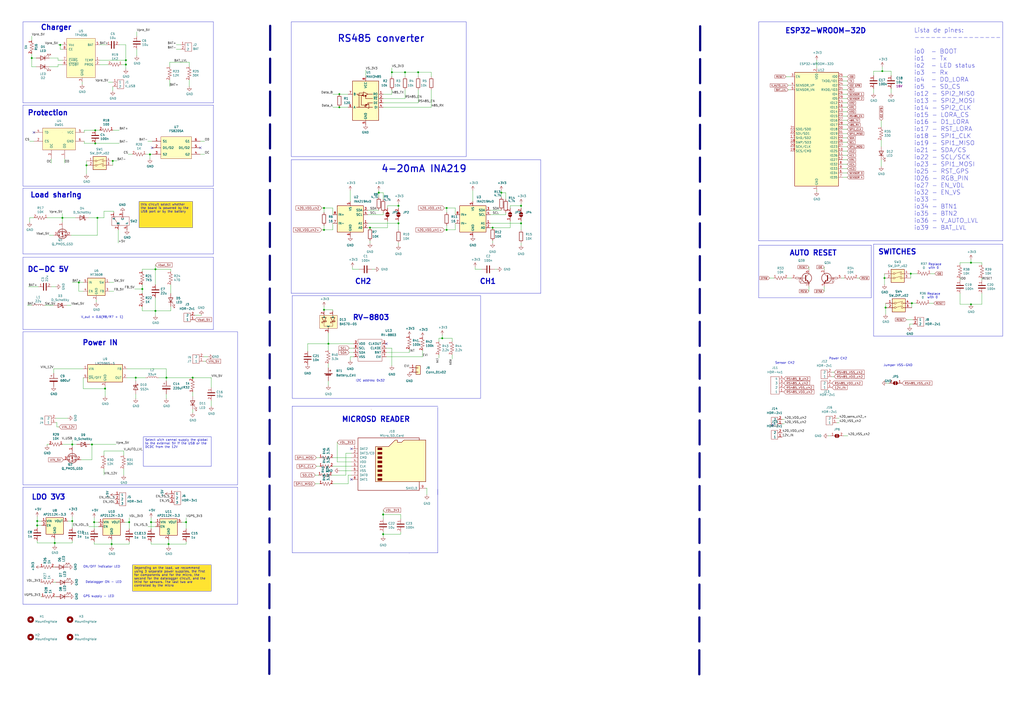
<source format=kicad_sch>
(kicad_sch (version 20231120) (generator "eeschema") (generator_version "8.0")
  (paper "A2")
  (junction (at 87.63 302.895))
  (junction (at 90.17 180.34))
  (junction (at 64.77 315.595))
  (junction (at 259.08 133.35))
  (junction (at 73.025 37.465))
  (junction (at 187.96 120.65))
  (junction (at 222.25 309.88))
  (junction (at 86.995 89.535))
  (junction (at 56.515 126.365))
  (junction (at 50.165 95.885))
  (junction (at 513.08 161.29))
  (junction (at 196.85 54.61))
  (junction (at 60.96 225.425))
  (junction (at 256.54 196.215))
  (junction (at 97.79 315.595))
  (junction (at 290.83 111.76))
  (junction (at 190.5 199.39))
  (junction (at 302.26 129.54))
  (junction (at 65.405 93.345))
  (junction (at 31.75 314.96))
  (junction (at 78.74 219.075))
  (junction (at 302.26 119.38))
  (junction (at 242.57 41.91))
  (junction (at 234.95 41.91))
  (junction (at 74.93 302.895))
  (junction (at 55.245 75.565))
  (junction (at 18.415 33.655))
  (junction (at 41.91 257.81))
  (junction (at 231.14 129.54))
  (junction (at 36.195 126.365))
  (junction (at 96.52 219.075))
  (junction (at 34.925 26.035))
  (junction (at 21.59 304.8))
  (junction (at 187.96 179.705))
  (junction (at 21.59 302.26))
  (junction (at 41.91 302.26))
  (junction (at 90.17 156.21))
  (junction (at 187.96 133.35))
  (junction (at 73.025 34.925))
  (junction (at 219.71 111.76))
  (junction (at 222.25 298.45))
  (junction (at 53.34 257.81))
  (junction (at 214.63 132.08))
  (junction (at 111.76 219.075))
  (junction (at 82.55 167.64))
  (junction (at 55.245 83.185))
  (junction (at 54.61 302.895))
  (junction (at 563.245 176.53))
  (junction (at 45.72 163.83))
  (junction (at 528.32 158.75))
  (junction (at 231.14 119.38))
  (junction (at 227.33 41.91))
  (junction (at 285.75 132.08))
  (junction (at 511.81 41.275))
  (junction (at 513.715 178.435))
  (junction (at 563.245 152.4))
  (junction (at 259.08 120.65))
  (junction (at 196.85 62.23))
  (junction (at 528.955 175.895))
  (junction (at 107.95 302.895))
  (no_connect (at 88.265 85.725))
  (no_connect (at 224.155 199.39))
  (no_connect (at 203.835 278.13))
  (no_connect (at 116.205 85.725))
  (no_connect (at 448.31 246.38))
  (no_connect (at 203.835 260.35))
  (no_connect (at 19.685 76.835))
  (wire (pts (xy 96.52 213.995) (xy 96.52 219.075)))
  (wire (pts (xy 513.715 175.895) (xy 513.715 178.435)))
  (wire (pts (xy 213.36 129.54) (xy 231.14 129.54)))
  (wire (pts (xy 569.595 152.4) (xy 563.245 152.4)))
  (wire (pts (xy 227.33 39.37) (xy 227.33 41.91)))
  (wire (pts (xy 41.91 257.81) (xy 41.91 255.27)))
  (wire (pts (xy 87.63 302.895) (xy 90.17 302.895)))
  (wire (pts (xy 183.515 270.51) (xy 185.42 270.51)))
  (wire (pts (xy 506.73 41.275) (xy 511.81 41.275)))
  (wire (pts (xy 285.75 132.08) (xy 295.91 132.08)))
  (wire (pts (xy 245.11 207.01) (xy 245.11 203.2)))
  (wire (pts (xy 511.175 69.85) (xy 511.175 73.66)))
  (wire (pts (xy 31.75 328.93) (xy 31.115 328.93)))
  (wire (pts (xy 190.5 199.39) (xy 178.435 199.39)))
  (wire (pts (xy 203.2 110.49) (xy 203.2 116.84)))
  (polyline (pts (xy 406.146 15.24) (xy 405.638 395.732)) (stroke (width 1.27) (type dash) (color 0 0 125 1)))
  (polyline (pts (xy 123.825 149.225) (xy 123.825 191.135)))
  (wire (pts (xy 26.035 177.165) (xy 31.115 177.165)))
  (wire (pts (xy 79.375 28.575) (xy 79.375 32.385)))
  (wire (pts (xy 41.91 299.72) (xy 41.91 302.26)))
  (wire (pts (xy 257.81 120.65) (xy 259.08 120.65)))
  (wire (pts (xy 446.405 161.29) (xy 448.945 161.29)))
  (wire (pts (xy 36.195 126.365) (xy 36.195 128.905)))
  (polyline (pts (xy 13.335 109.22) (xy 13.335 147.32)))
  (wire (pts (xy 116.205 81.915) (xy 118.745 81.915)))
  (wire (pts (xy 19.685 126.365) (xy 17.145 126.365)))
  (wire (pts (xy 254.635 196.215) (xy 256.54 196.215)))
  (polyline (pts (xy 13.335 12.7) (xy 123.825 12.7)))
  (wire (pts (xy 48.895 81.915) (xy 48.895 83.185)))
  (wire (pts (xy 28.575 257.81) (xy 27.305 257.81)))
  (wire (pts (xy 227.33 41.91) (xy 227.33 44.45)))
  (wire (pts (xy 488.95 74.93) (xy 491.49 74.93)))
  (wire (pts (xy 86.995 89.535) (xy 86.995 92.075)))
  (wire (pts (xy 204.47 156.21) (xy 208.28 156.21)))
  (polyline (pts (xy 505.46 142.24) (xy 505.46 172.72)))
  (polyline (pts (xy 505.46 172.72) (xy 440.055 172.72)))
  (wire (pts (xy 569.595 153.67) (xy 569.595 152.4)))
  (wire (pts (xy 50.165 95.885) (xy 50.165 100.965)))
  (wire (pts (xy 48.895 76.835) (xy 48.895 75.565)))
  (wire (pts (xy 290.83 111.76) (xy 293.37 111.76)))
  (wire (pts (xy 74.93 300.355) (xy 74.93 302.895)))
  (wire (pts (xy 39.37 302.26) (xy 41.91 302.26)))
  (wire (pts (xy 222.25 309.88) (xy 232.41 309.88)))
  (wire (pts (xy 96.52 219.075) (xy 96.52 220.98)))
  (wire (pts (xy 227.33 201.93) (xy 227.33 212.09)))
  (wire (pts (xy 87.63 314.325) (xy 87.63 315.595)))
  (wire (pts (xy 187.96 179.705) (xy 193.04 179.705)))
  (polyline (pts (xy 581.66 141.605) (xy 581.66 194.945)))
  (wire (pts (xy 232.41 300.99) (xy 232.41 298.45)))
  (wire (pts (xy 32.385 242.57) (xy 39.37 242.57)))
  (wire (pts (xy 182.88 275.59) (xy 184.785 275.59)))
  (wire (pts (xy 222.25 298.45) (xy 232.41 298.45)))
  (wire (pts (xy 41.91 257.81) (xy 41.91 259.08)))
  (wire (pts (xy 45.72 168.91) (xy 48.26 168.91)))
  (wire (pts (xy 41.91 314.96) (xy 41.91 313.69)))
  (wire (pts (xy 488.95 100.33) (xy 491.49 100.33)))
  (wire (pts (xy 73.66 219.075) (xy 78.74 219.075)))
  (wire (pts (xy 48.26 163.83) (xy 45.72 163.83)))
  (wire (pts (xy 478.155 156.21) (xy 478.155 154.94)))
  (wire (pts (xy 214.63 132.08) (xy 224.79 132.08)))
  (wire (pts (xy 525.78 185.42) (xy 529.59 185.42)))
  (wire (pts (xy 32.385 346.075) (xy 31.75 346.075)))
  (wire (pts (xy 118.11 207.01) (xy 120.65 207.01)))
  (wire (pts (xy 193.04 180.34) (xy 193.04 179.705)))
  (wire (pts (xy 455.93 44.45) (xy 458.47 44.45)))
  (wire (pts (xy 293.37 111.76) (xy 293.37 115.57)))
  (wire (pts (xy 73.025 34.925) (xy 73.025 37.465)))
  (wire (pts (xy 33.655 38.735) (xy 33.655 37.465)))
  (wire (pts (xy 45.72 163.83) (xy 45.72 168.91)))
  (wire (pts (xy 56.515 136.525) (xy 56.515 126.365)))
  (wire (pts (xy 88.265 81.915) (xy 85.725 81.915)))
  (wire (pts (xy 201.93 275.59) (xy 201.93 280.67)))
  (wire (pts (xy 190.5 193.04) (xy 190.5 199.39)))
  (wire (pts (xy 563.245 152.4) (xy 556.895 152.4)))
  (wire (pts (xy 231.14 118.11) (xy 231.14 119.38)))
  (wire (pts (xy 21.59 306.07) (xy 21.59 304.8)))
  (polyline (pts (xy 168.91 92.71) (xy 168.91 170.18)))
  (wire (pts (xy 187.96 177.8) (xy 187.96 179.705)))
  (wire (pts (xy 488.95 80.01) (xy 491.49 80.01)))
  (wire (pts (xy 90.17 172.72) (xy 90.17 180.34)))
  (wire (pts (xy 18.415 177.165) (xy 15.875 177.165)))
  (wire (pts (xy 511.175 81.28) (xy 511.175 85.09)))
  (polyline (pts (xy 123.825 12.7) (xy 123.825 59.69)))
  (wire (pts (xy 182.88 280.67) (xy 185.42 280.67)))
  (wire (pts (xy 227.33 41.91) (xy 234.95 41.91)))
  (wire (pts (xy 513.08 161.29) (xy 513.08 165.1)))
  (wire (pts (xy 222.25 309.88) (xy 222.25 311.15)))
  (wire (pts (xy 109.855 38.735) (xy 109.855 36.195)))
  (wire (pts (xy 569.595 162.56) (xy 569.595 161.29)))
  (polyline (pts (xy 313.69 170.18) (xy 168.91 170.18)))
  (wire (pts (xy 275.59 156.21) (xy 279.4 156.21)))
  (wire (pts (xy 224.155 207.01) (xy 245.11 207.01)))
  (wire (pts (xy 532.13 158.75) (xy 528.32 158.75)))
  (wire (pts (xy 222.25 57.15) (xy 234.95 57.15)))
  (polyline (pts (xy 506.73 194.945) (xy 506.73 141.605)))
  (wire (pts (xy 55.245 83.185) (xy 69.215 83.185)))
  (wire (pts (xy 190.5 223.52) (xy 190.5 220.98)))
  (wire (pts (xy 516.89 51.435) (xy 516.89 53.975)))
  (wire (pts (xy 187.96 120.65) (xy 193.04 120.65)))
  (wire (pts (xy 41.275 136.525) (xy 56.515 136.525)))
  (polyline (pts (xy 156.718 14.986) (xy 156.21 395.478)) (stroke (width 1.27) (type dash) (color 0 0 125 1)))
  (wire (pts (xy 488.95 67.31) (xy 491.49 67.31)))
  (wire (pts (xy 259.08 133.35) (xy 259.08 130.81)))
  (wire (pts (xy 222.25 123.19) (xy 222.25 124.46)))
  (polyline (pts (xy 13.335 350.52) (xy 15.24 350.52)))
  (polyline (pts (xy 13.335 149.225) (xy 13.335 191.135)))
  (wire (pts (xy 109.855 36.195) (xy 98.425 36.195)))
  (wire (pts (xy 254.635 207.645) (xy 254.635 205.74)))
  (wire (pts (xy 231.14 128.27) (xy 231.14 129.54)))
  (wire (pts (xy 528.955 175.895) (xy 528.955 178.435)))
  (wire (pts (xy 60.325 126.365) (xy 56.515 126.365)))
  (wire (pts (xy 511.81 41.275) (xy 511.81 38.735)))
  (wire (pts (xy 21.59 302.26) (xy 21.59 299.72)))
  (wire (pts (xy 295.91 128.27) (xy 295.91 132.08)))
  (wire (pts (xy 302.26 142.24) (xy 302.26 140.97)))
  (wire (pts (xy 54.61 314.325) (xy 54.61 315.595)))
  (wire (pts (xy 187.96 120.65) (xy 187.96 123.19)))
  (wire (pts (xy 237.49 204.47) (xy 237.49 202.565)))
  (wire (pts (xy 488.95 77.47) (xy 491.49 77.47)))
  (polyline (pts (xy 123.825 60.96) (xy 123.825 107.95)))
  (wire (pts (xy 31.115 213.995) (xy 31.115 216.535)))
  (wire (pts (xy 295.91 120.65) (xy 295.91 119.38)))
  (wire (pts (xy 31.75 314.96) (xy 41.91 314.96)))
  (wire (pts (xy 227.33 52.07) (xy 227.33 54.61)))
  (wire (pts (xy 122.555 224.79) (xy 122.555 219.075)))
  (wire (pts (xy 556.895 176.53) (xy 563.245 176.53)))
  (wire (pts (xy 51.435 305.435) (xy 57.15 305.435)))
  (wire (pts (xy 222.25 54.61) (xy 227.33 54.61)))
  (wire (pts (xy 196.85 62.23) (xy 201.93 62.23)))
  (wire (pts (xy 71.755 275.59) (xy 71.755 271.78)))
  (wire (pts (xy 56.515 126.365) (xy 51.435 126.365)))
  (wire (pts (xy 97.79 313.055) (xy 97.79 315.595)))
  (wire (pts (xy 200.66 262.89) (xy 200.66 275.59)))
  (wire (pts (xy 60.325 122.555) (xy 66.04 122.555)))
  (wire (pts (xy 290.83 110.49) (xy 290.83 111.76)))
  (wire (pts (xy 60.325 261.62) (xy 60.325 264.16)))
  (polyline (pts (xy 137.795 350.52) (xy 137.795 282.575)))
  (wire (pts (xy 488.95 64.77) (xy 491.49 64.77)))
  (wire (pts (xy 232.41 308.61) (xy 232.41 309.88)))
  (wire (pts (xy 186.69 133.35) (xy 187.96 133.35)))
  (wire (pts (xy 203.2 207.01) (xy 205.105 207.01)))
  (wire (pts (xy 73.025 26.035) (xy 73.025 34.925)))
  (wire (pts (xy 202.565 201.93) (xy 205.105 201.93)))
  (wire (pts (xy 264.16 133.35) (xy 264.16 129.54)))
  (wire (pts (xy 302.26 129.54) (xy 302.26 133.35)))
  (wire (pts (xy 262.255 196.215) (xy 256.54 196.215)))
  (wire (pts (xy 234.95 41.91) (xy 242.57 41.91)))
  (wire (pts (xy 46.99 266.7) (xy 53.34 266.7)))
  (wire (pts (xy 516.89 41.275) (xy 516.89 43.815)))
  (wire (pts (xy 99.06 156.21) (xy 99.06 157.48)))
  (wire (pts (xy 195.58 267.97) (xy 203.835 267.97)))
  (wire (pts (xy 222.25 62.23) (xy 250.19 62.23)))
  (wire (pts (xy 458.47 49.53) (xy 457.2 49.53)))
  (wire (pts (xy 287.02 156.21) (xy 288.29 156.21)))
  (wire (pts (xy 514.35 222.25) (xy 515.62 222.25)))
  (wire (pts (xy 250.19 62.23) (xy 250.19 52.07)))
  (wire (pts (xy 36.195 126.365) (xy 36.195 123.825)))
  (wire (pts (xy 64.77 316.865) (xy 64.77 315.595)))
  (wire (pts (xy 488.95 82.55) (xy 491.49 82.55)))
  (wire (pts (xy 254.635 198.12) (xy 254.635 196.215)))
  (wire (pts (xy 527.685 187.96) (xy 527.685 189.23)))
  (wire (pts (xy 202.565 204.47) (xy 205.105 204.47)))
  (wire (pts (xy 488.95 95.25) (xy 491.49 95.25)))
  (wire (pts (xy 63.5 168.91) (xy 66.04 168.91)))
  (polyline (pts (xy 13.335 59.69) (xy 13.335 12.7)))
  (wire (pts (xy 54.61 302.895) (xy 57.15 302.895)))
  (polyline (pts (xy 237.49 321.31) (xy 237.49 321.31)))
  (wire (pts (xy 21.59 302.26) (xy 24.13 302.26)))
  (wire (pts (xy 569.595 176.53) (xy 569.595 170.18)))
  (wire (pts (xy 36.195 26.035) (xy 34.925 26.035)))
  (wire (pts (xy 242.57 41.91) (xy 242.57 44.45)))
  (wire (pts (xy 458.47 52.07) (xy 457.2 52.07)))
  (wire (pts (xy 122.555 219.075) (xy 111.76 219.075)))
  (wire (pts (xy 28.575 33.655) (xy 33.655 33.655)))
  (wire (pts (xy 302.26 118.11) (xy 302.26 119.38)))
  (wire (pts (xy 506.73 43.815) (xy 506.73 41.275)))
  (wire (pts (xy 222.25 308.61) (xy 222.25 309.88)))
  (wire (pts (xy 65.405 75.565) (xy 69.215 75.565)))
  (wire (pts (xy 485.521 242.697) (xy 486.791 242.697)))
  (wire (pts (xy 104.775 26.035) (xy 102.235 26.035)))
  (wire (pts (xy 482.6 218.44) (xy 483.87 218.44)))
  (wire (pts (xy 190.5 199.39) (xy 190.5 203.2)))
  (wire (pts (xy 57.785 34.925) (xy 73.025 34.925)))
  (wire (pts (xy 511.81 41.275) (xy 516.89 41.275)))
  (wire (pts (xy 65.405 93.345) (xy 67.945 93.345)))
  (wire (pts (xy 33.655 37.465) (xy 36.195 37.465)))
  (wire (pts (xy 111.76 227.33) (xy 111.76 229.87)))
  (wire (pts (xy 482.6 215.9) (xy 483.87 215.9)))
  (wire (pts (xy 107.95 315.595) (xy 107.95 314.325)))
  (wire (pts (xy 224.155 204.47) (xy 237.49 204.47)))
  (wire (pts (xy 82.55 156.21) (xy 90.17 156.21)))
  (polyline (pts (xy 581.66 194.945) (xy 506.73 194.945)))
  (wire (pts (xy 224.79 119.38) (xy 231.14 119.38)))
  (wire (pts (xy 485.521 245.237) (xy 486.791 245.237)))
  (polyline (pts (xy 13.335 147.32) (xy 123.825 147.32)))
  (wire (pts (xy 74.93 302.895) (xy 74.93 306.705)))
  (wire (pts (xy 488.95 69.85) (xy 491.49 69.85)))
  (polyline (pts (xy 254 320.675) (xy 254 283.845)))
  (wire (pts (xy 60.325 271.78) (xy 60.325 275.59)))
  (wire (pts (xy 55.88 173.99) (xy 55.88 175.26)))
  (wire (pts (xy 274.32 110.49) (xy 274.32 116.84)))
  (wire (pts (xy 193.04 62.23) (xy 196.85 62.23)))
  (wire (pts (xy 107.95 302.895) (xy 107.95 306.705)))
  (wire (pts (xy 82.55 156.21) (xy 82.55 157.48)))
  (wire (pts (xy 453.771 243.332) (xy 455.041 243.332)))
  (wire (pts (xy 74.93 315.595) (xy 74.93 314.325)))
  (wire (pts (xy 262.255 205.74) (xy 262.255 208.28)))
  (wire (pts (xy 242.57 59.69) (xy 242.57 52.07)))
  (wire (pts (xy 231.14 119.38) (xy 231.14 120.65)))
  (wire (pts (xy 213.36 124.46) (xy 222.25 124.46)))
  (polyline (pts (xy 13.335 149.225) (xy 123.825 149.225)))
  (wire (pts (xy 563.245 150.495) (xy 563.245 152.4)))
  (wire (pts (xy 21.59 313.69) (xy 21.59 314.96)))
  (wire (pts (xy 247.65 283.21) (xy 247.65 287.02)))
  (polyline (pts (xy 506.73 141.605) (xy 581.66 141.605)))
  (wire (pts (xy 111.76 239.395) (xy 111.76 237.49)))
  (wire (pts (xy 488.95 52.07) (xy 491.49 52.07)))
  (wire (pts (xy 41.91 302.26) (xy 41.91 306.07)))
  (wire (pts (xy 18.415 33.655) (xy 20.955 33.655)))
  (polyline (pts (xy 13.335 109.22) (xy 123.825 109.22)))
  (polyline (pts (xy 15.24 350.52) (xy 137.795 350.52)))
  (wire (pts (xy 96.52 231.14) (xy 96.52 228.6)))
  (wire (pts (xy 231.14 129.54) (xy 231.14 133.35)))
  (wire (pts (xy 82.55 180.34) (xy 90.17 180.34)))
  (wire (pts (xy 480.441 252.857) (xy 481.711 252.857)))
  (wire (pts (xy 33.02 247.65) (xy 34.29 247.65)))
  (polyline (pts (xy 237.49 320.675) (xy 254 320.675)))
  (wire (pts (xy 65.405 93.345) (xy 65.405 95.885)))
  (wire (pts (xy 456.565 161.29) (xy 459.105 161.29)))
  (wire (pts (xy 489.585 161.29) (xy 488.315 161.29)))
  (wire (pts (xy 16.51 166.37) (xy 22.225 166.37)))
  (wire (pts (xy 187.96 133.35) (xy 187.96 130.81)))
  (polyline (pts (xy 313.69 92.71) (xy 313.69 170.18)))
  (wire (pts (xy 45.72 163.83) (xy 41.91 163.83)))
  (wire (pts (xy 529.59 187.96) (xy 527.685 187.96)))
  (wire (pts (xy 488.95 62.23) (xy 491.49 62.23)))
  (wire (pts (xy 222.25 295.91) (xy 222.25 298.45)))
  (wire (pts (xy 48.895 75.565) (xy 55.245 75.565)))
  (wire (pts (xy 488.95 57.15) (xy 491.49 57.15)))
  (polyline (pts (xy 123.825 107.95) (xy 13.335 107.95)))
  (wire (pts (xy 203.2 208.915) (xy 203.2 207.01)))
  (wire (pts (xy 264.16 120.65) (xy 264.16 124.46)))
  (wire (pts (xy 90.17 156.21) (xy 99.06 156.21)))
  (wire (pts (xy 213.36 132.08) (xy 214.63 132.08)))
  (wire (pts (xy 224.155 201.93) (xy 227.33 201.93)))
  (wire (pts (xy 488.95 54.61) (xy 491.49 54.61)))
  (wire (pts (xy 48.26 225.425) (xy 60.96 225.425)))
  (wire (pts (xy 193.04 120.65) (xy 193.04 124.46)))
  (wire (pts (xy 21.59 314.96) (xy 31.75 314.96)))
  (wire (pts (xy 222.25 59.69) (xy 242.57 59.69)))
  (wire (pts (xy 99.06 170.18) (xy 99.06 165.1)))
  (wire (pts (xy 219.71 110.49) (xy 219.71 111.76)))
  (wire (pts (xy 556.895 162.56) (xy 556.895 161.29)))
  (wire (pts (xy 262.255 196.215) (xy 262.255 198.12)))
  (wire (pts (xy 178.435 199.39) (xy 178.435 203.835)))
  (wire (pts (xy 506.73 51.435) (xy 506.73 53.975)))
  (wire (pts (xy 85.725 305.435) (xy 90.17 305.435)))
  (wire (pts (xy 65.405 50.165) (xy 65.405 52.705)))
  (wire (pts (xy 478.155 166.37) (xy 478.155 168.91)))
  (wire (pts (xy 563.245 176.53) (xy 569.595 176.53)))
  (wire (pts (xy 193.04 270.51) (xy 203.835 270.51)))
  (wire (pts (xy 24.13 304.8) (xy 21.59 304.8)))
  (wire (pts (xy 284.48 124.46) (xy 293.37 124.46)))
  (wire (pts (xy 213.36 121.92) (xy 219.71 121.92)))
  (polyline (pts (xy 254 236.22) (xy 254 287.02)))
  (polyline (pts (xy 123.825 191.135) (xy 13.335 191.135)))
  (wire (pts (xy 116.84 182.88) (xy 113.03 182.88)))
  (wire (pts (xy 187.96 179.705) (xy 187.96 180.34)))
  (wire (pts (xy 488.95 72.39) (xy 491.49 72.39)))
  (wire (pts (xy 511.175 92.71) (xy 511.175 96.52)))
  (wire (pts (xy 78.74 219.075) (xy 84.455 219.075)))
  (wire (pts (xy 55.245 75.565) (xy 57.785 75.565)))
  (wire (pts (xy 54.61 302.895) (xy 54.61 300.355)))
  (wire (pts (xy 82.55 177.8) (xy 82.55 180.34)))
  (wire (pts (xy 47.625 47.625) (xy 47.625 48.895)))
  (wire (pts (xy 196.85 273.05) (xy 203.835 273.05)))
  (wire (pts (xy 231.14 142.24) (xy 231.14 140.97)))
  (wire (pts (xy 28.575 38.735) (xy 33.655 38.735)))
  (wire (pts (xy 19.685 81.915) (xy 17.145 81.915)))
  (wire (pts (xy 193.04 54.61) (xy 196.85 54.61)))
  (polyline (pts (xy 13.335 282.575) (xy 13.335 350.52)))
  (wire (pts (xy 73.66 213.995) (xy 96.52 213.995)))
  (wire (pts (xy 98.425 36.195) (xy 98.425 38.735)))
  (polyline (pts (xy 168.91 92.71) (xy 313.69 92.71)))
  (wire (pts (xy 105.41 302.895) (xy 107.95 302.895)))
  (wire (pts (xy 38.735 177.165) (xy 41.275 177.165)))
  (wire (pts (xy 556.895 170.18) (xy 556.895 176.53)))
  (wire (pts (xy 54.61 315.595) (xy 64.77 315.595)))
  (wire (pts (xy 87.63 302.895) (xy 87.63 306.705)))
  (wire (pts (xy 78.105 167.64) (xy 82.55 167.64)))
  (wire (pts (xy 204.47 154.94) (xy 204.47 156.21)))
  (wire (pts (xy 222.25 298.45) (xy 222.25 300.99)))
  (wire (pts (xy 72.39 302.895) (xy 74.93 302.895)))
  (wire (pts (xy 302.26 119.38) (xy 302.26 120.65)))
  (polyline (pts (xy 440.055 172.72) (xy 440.055 142.24)))
  (wire (pts (xy 186.69 120.65) (xy 187.96 120.65)))
  (wire (pts (xy 488.95 90.17) (xy 491.49 90.17)))
  (wire (pts (xy 78.74 228.6) (xy 78.74 231.14)))
  (wire (pts (xy 122.555 232.41) (xy 122.555 235.585)))
  (wire (pts (xy 48.26 219.075) (xy 48.26 225.425)))
  (wire (pts (xy 488.95 92.71) (xy 491.49 92.71)))
  (wire (pts (xy 18.415 33.655) (xy 18.415 38.735)))
  (wire (pts (xy 302.26 128.27) (xy 302.26 129.54)))
  (wire (pts (xy 53.34 257.81) (xy 52.07 257.81)))
  (wire (pts (xy 488.95 97.79) (xy 491.49 97.79)))
  (wire (pts (xy 48.26 213.995) (xy 31.115 213.995)))
  (wire (pts (xy 193.04 133.35) (xy 193.04 129.54)))
  (wire (pts (xy 33.655 34.925) (xy 36.195 34.925)))
  (wire (pts (xy 539.75 158.75) (xy 542.29 158.75)))
  (wire (pts (xy 224.79 120.65) (xy 224.79 119.38)))
  (wire (pts (xy 60.96 229.87) (xy 60.96 225.425)))
  (wire (pts (xy 473.71 39.37) (xy 473.71 34.925)))
  (wire (pts (xy 104.775 28.575) (xy 102.235 28.575)))
  (wire (pts (xy 488.95 59.69) (xy 491.49 59.69)))
  (wire (pts (xy 71.755 261.62) (xy 60.325 261.62)))
  (wire (pts (xy 215.9 156.21) (xy 217.17 156.21)))
  (wire (pts (xy 50.165 93.345) (xy 50.165 95.885)))
  (wire (pts (xy 453.771 245.872) (xy 455.041 245.872)))
  (wire (pts (xy 187.96 133.35) (xy 193.04 133.35)))
  (wire (pts (xy 488.95 46.99) (xy 491.49 46.99)))
  (wire (pts (xy 82.55 165.1) (xy 82.55 167.64)))
  (wire (pts (xy 90.17 156.21) (xy 90.17 165.1)))
  (wire (pts (xy 250.19 44.45) (xy 250.19 41.91)))
  (polyline (pts (xy 123.825 109.22) (xy 123.825 147.32)))
  (polyline (pts (xy 169.545 320.675) (xy 169.545 235.585)))
  (wire (pts (xy 234.95 41.91) (xy 234.95 44.45)))
  (wire (pts (xy 109.855 50.165) (xy 109.855 46.355)))
  (wire (pts (xy 488.95 102.87) (xy 491.49 102.87)))
  (polyline (pts (xy 13.335 107.95) (xy 13.335 60.96)))
  (wire (pts (xy 497.205 161.29) (xy 498.475 161.29)))
  (wire (pts (xy 488.95 44.45) (xy 491.49 44.45)))
  (wire (pts (xy 18.415 38.735) (xy 20.955 38.735)))
  (wire (pts (xy 87.63 315.595) (xy 97.79 315.595)))
  (wire (pts (xy 224.79 128.27) (xy 224.79 132.08)))
  (wire (pts (xy 97.79 315.595) (xy 107.95 315.595)))
  (wire (pts (xy 219.71 114.3) (xy 219.71 111.76)))
  (wire (pts (xy 539.115 175.895) (xy 541.655 175.895)))
  (polyline (pts (xy 169.545 320.675) (xy 237.49 320.675)))
  (wire (pts (xy 27.305 257.81) (xy 27.305 258.445)))
  (wire (pts (xy 193.04 280.67) (xy 201.93 280.67)))
  (wire (pts (xy 73.025 37.465) (xy 73.025 40.005)))
  (wire (pts (xy 37.465 92.075) (xy 37.465 94.615)))
  (wire (pts (xy 531.495 175.895) (xy 528.955 175.895)))
  (wire (pts (xy 34.925 26.035) (xy 33.655 26.035)))
  (wire (pts (xy 284.48 121.92) (xy 290.83 121.92)))
  (wire (pts (xy 285.75 140.97) (xy 285.75 139.7)))
  (wire (pts (xy 64.77 315.595) (xy 74.93 315.595)))
  (wire (pts (xy 31.75 312.42) (xy 31.75 314.96)))
  (wire (pts (xy 192.405 275.59) (xy 200.66 275.59)))
  (wire (pts (xy 513.715 182.245) (xy 513.715 178.435)))
  (wire (pts (xy 21.59 304.8) (xy 21.59 302.26)))
  (wire (pts (xy 18.415 23.495) (xy 18.415 20.955)))
  (wire (pts (xy 234.95 57.15) (xy 234.95 52.07)))
  (wire (pts (xy 33.02 247.65) (xy 33.02 245.11)))
  (wire (pts (xy 53.34 257.81) (xy 67.31 257.81)))
  (wire (pts (xy 99.06 180.34) (xy 90.17 180.34)))
  (wire (pts (xy 79.375 20.955) (xy 79.375 18.415)))
  (wire (pts (xy 200.66 262.89) (xy 203.835 262.89)))
  (wire (pts (xy 212.09 44.45) (xy 212.09 40.64)))
  (wire (pts (xy 107.95 300.355) (xy 107.95 302.895)))
  (wire (pts (xy 513.08 158.75) (xy 513.08 161.29)))
  (wire (pts (xy 219.71 111.76) (xy 222.25 111.76)))
  (wire (pts (xy 17.145 126.365) (xy 17.145 128.905)))
  (wire (pts (xy 60.96 225.425) (xy 60.96 224.155)))
  (wire (pts (xy 193.04 265.43) (xy 203.835 265.43)))
  (wire (pts (xy 222.25 111.76) (xy 222.25 115.57)))
  (polyline (pts (xy 440.055 142.24) (xy 505.46 142.24)))
  (wire (pts (xy 259.08 120.65) (xy 264.16 120.65)))
  (wire (pts (xy 111.76 219.075) (xy 111.76 219.71)))
  (wire (pts (xy 78.74 219.075) (xy 78.74 220.98)))
  (wire (pts (xy 69.215 26.035) (xy 73.025 26.035)))
  (polyline (pts (xy 13.335 282.575) (xy 137.795 282.575)))
  (wire (pts (xy 90.17 153.67) (xy 90.17 156.21)))
  (wire (pts (xy 31.115 136.525) (xy 28.575 136.525)))
  (wire (pts (xy 63.5 163.83) (xy 66.04 163.83)))
  (wire (pts (xy 33.02 245.11) (xy 32.385 245.11)))
  (polyline (pts (xy 123.825 59.69) (xy 13.335 59.69)))
  (wire (pts (xy 295.91 119.38) (xy 302.26 119.38)))
  (wire (pts (xy 473.71 110.49) (xy 473.71 111.125)))
  (wire (pts (xy 57.785 26.035) (xy 61.595 26.035)))
  (wire (pts (xy 214.63 140.97) (xy 214.63 139.7)))
  (polyline (pts (xy 169.545 235.585) (xy 254 235.585)))
  (wire (pts (xy 53.34 266.7) (xy 53.34 257.81)))
  (polyline (pts (xy 13.335 60.96) (xy 123.825 60.96)))
  (wire (pts (xy 65.405 47.625) (xy 62.865 47.625)))
  (wire (pts (xy 36.195 126.365) (xy 27.305 126.365)))
  (wire (pts (xy 97.79 316.865) (xy 97.79 315.595)))
  (wire (pts (xy 64.77 313.055) (xy 64.77 315.595)))
  (wire (pts (xy 96.52 219.075) (xy 111.76 219.075)))
  (wire (pts (xy 257.81 133.35) (xy 259.08 133.35)))
  (wire (pts (xy 36.195 28.575) (xy 34.925 28.575)))
  (wire (pts (xy 190.5 213.36) (xy 190.5 210.82)))
  (wire (pts (xy 48.895 83.185) (xy 55.245 83.185)))
  (wire (pts (xy 66.04 122.555) (xy 66.04 123.19)))
  (wire (pts (xy 34.925 28.575) (xy 34.925 26.035)))
  (wire (pts (xy 488.95 85.09) (xy 491.49 85.09)))
  (wire (pts (xy 469.265 156.21) (xy 469.265 154.94)))
  (wire (pts (xy 284.48 129.54) (xy 302.26 129.54)))
  (wire (pts (xy 488.95 87.63) (xy 491.49 87.63)))
  (wire (pts (xy 116.205 89.535) (xy 118.745 89.535)))
  (wire (pts (xy 18.415 31.115) (xy 18.415 33.655)))
  (wire (pts (xy 68.58 133.35) (xy 68.58 140.97)))
  (wire (pts (xy 259.08 133.35) (xy 264.16 133.35)))
  (wire (pts (xy 54.61 302.895) (xy 54.61 306.705)))
  (wire (pts (xy 247.015 283.21) (xy 247.65 283.21)))
  (wire (pts (xy 31.75 316.23) (xy 31.75 314.96)))
  (wire (pts (xy 86.995 89.535) (xy 88.265 89.535)))
  (wire (pts (xy 23.495 346.075) (xy 24.13 346.075)))
  (wire (pts (xy 90.17 180.34) (xy 90.17 182.88)))
  (wire (pts (xy 118.11 209.55) (xy 119.38 209.55)))
  (wire (pts (xy 491.871 252.857) (xy 489.331 252.857)))
  (wire (pts (xy 469.265 166.37) (xy 469.265 168.91)))
  (wire (pts (xy 528.32 158.75) (xy 528.32 161.29)))
  (wire (pts (xy 41.91 257.81) (xy 36.195 257.81)))
  (wire (pts (xy 29.845 166.37) (xy 32.385 166.37)))
  (wire (pts (xy 32.385 337.82) (xy 31.115 337.82)))
  (wire (pts (xy 84.455 89.535) (xy 86.995 89.535)))
  (wire (pts (xy 71.755 264.16) (xy 71.755 261.62)))
  (wire (pts (xy 259.08 120.65) (xy 259.08 123.19)))
  (wire (pts (xy 43.815 126.365) (xy 36.195 126.365)))
  (wire (pts (xy 293.37 123.19) (xy 293.37 124.46)))
  (wire (pts (xy 87.63 302.895) (xy 87.63 300.355)))
  (wire (pts (xy 33.655 33.655) (xy 33.655 34.925)))
  (wire (pts (xy 99.06 177.8) (xy 99.06 180.34)))
  (wire (pts (xy 44.45 257.81) (xy 41.91 257.81)))
  (wire (pts (xy 275.59 154.94) (xy 275.59 156.21)))
  (wire (pts (xy 256.54 194.31) (xy 256.54 196.215)))
  (wire (pts (xy 196.85 54.61) (xy 201.93 54.61)))
  (wire (pts (xy 488.95 49.53) (xy 491.49 49.53)))
  (wire (pts (xy 195.58 256.54) (xy 195.58 267.97)))
  (wire (pts (xy 556.895 153.67) (xy 556.895 152.4)))
  (wire (pts (xy 76.835 89.535) (xy 74.295 89.535)))
  (wire (pts (xy 60.325 122.555) (xy 60.325 126.365)))
  (wire (pts (xy 70.485 37.465) (xy 73.025 37.465)))
  (wire (pts (xy 183.515 265.43) (xy 185.42 265.43)))
  (wire (pts (xy 57.785 37.465) (xy 62.865 37.465)))
  (wire (pts (xy 29.845 92.075) (xy 29.845 94.615)))
  (wire (pts (xy 250.19 41.91) (xy 242.57 41.91)))
  (wire (pts (xy 98.425 46.355) (xy 98.425 50.165)))
  (wire (pts (xy 82.55 167.64) (xy 82.55 170.18)))
  (wire (pts (xy 290.83 114.3) (xy 290.83 111.76)))
  (wire (pts (xy 190.5 199.39) (xy 205.105 199.39)))
  (wire (pts (xy 203.835 275.59) (xy 201.93 275.59)))
  (wire (pts (xy 92.075 219.075) (xy 96.52 219.075)))
  (wire (pts (xy 284.48 132.08) (xy 285.75 132.08)))
  (rectangle (start 168.91 12.7) (end 270.51 90.805))
  (rectangle (start 440.055 12.7) (end 581.66 139.7))
  (rectangle (start 13.335 192.405) (end 137.795 281.305))
  (rectangle (start 169.545 171.45) (end 278.765 231.14))
  (text_box "Select wich cannal supply the global to the external 5V if the USB or the DCDC from the 12V\n" (at 83.185 253.365 0) (size 39.37 17.145) (effects (font (size 1.27 1.27)) (justify left top)))
  (text_box "Depending on the load, we recommend using 3 separate power supplies. the first for components and for the micro, the second for the datalogger circuit, and the third for sensors. The last two are controlled by the micro" (at 76.835 327.66 0) (size 45.72 15.24) (fill (type color) (color 255 227 49 1)) (effects (font (size 1.27 1.27)) (justify left top)))
  (text_box "this circuit select whether the board is powered by the USB port or by the battery" (at 80.645 116.84 0) (size 31.115 15.24) (fill (type color) (color 255 227 49 1)) (effects (font (size 1.27 1.27)) (justify left top)))
  (text "Replace \nwith 0" (at 537.845 173.355 0) (effects (font (size 1.27 1.27)) (justify left bottom)))
  (text "Lista de pines:\n----------------\n\nio0  - BOOT\nio1  - Tx\nio2  - LED status\nio3  - Rx\nio4  - DO_LORA\nio5  - SD_CS\nio12 - SPI2_MISO\nio13 - SPI2_MOSI\nio14 - SPI2_CLK \nio15 - LORA_CS\nio16 - D1_LORA\nio17 - RST_LORA\nio18 - SPI1_CLK\nio19 - SPI1_MISO\nio21 - SDA/CS\nio22 - SCL/SCK\nio23 - SPI1_MOSI\nio25 - RST_GPS\ni026 - RGB_PIN\nio27 - EN_VDL\nio32 - EN_VS\nio33 - \nio34 - BTN1\nio35 - BTN2\nio36 - V_AUTO_LVL\nio39 - BAT_LVL\n\n" (at 530.225 137.795 0) (effects (font (size 2.54 2.54)) (justify left bottom)))
  (text "Power CH2" (at 480.822 208.788 0) (effects (font (size 1.27 1.27)) (justify left bottom)))
  (text "RS485 converter" (at 195.58 24.765 0) (effects (font (size 4 4) (thickness 0.5994) (bold yes)) (justify left bottom)))
  (text "4-20mA INA219" (at 220.98 100.33 0) (effects (font (size 4 4) (thickness 0.5994) (bold yes)) (justify left bottom)))
  (text "Charger" (at 23.495 17.78 0) (effects (font (size 2.9972 2.9972) (thickness 0.5994) (bold yes)) (justify left bottom)))
  (text "Datalogger ON - LED" (at 49.53 338.455 0) (effects (font (size 1.27 1.27)) (justify left bottom)))
  (text "ESP32-WROOM-32D" (at 455.295 19.685 0) (effects (font (size 2.9972 2.9972) (thickness 0.5994) (bold yes)) (justify left bottom)))
  (text "Replace \nwith 0" (at 538.48 156.21 0) (effects (font (size 1.27 1.27)) (justify left bottom)))
  (text "DC-DC 5V" (at 40.005 158.115 0) (effects (font (size 2.9972 2.9972) (thickness 0.5994) (bold yes)) (justify right bottom)))
  (text "SWITCHES" (at 509.27 147.955 0) (effects (font (size 2.9972 2.9972) (thickness 0.5994) (bold yes)) (justify left bottom)))
  (text "CH1" (at 278.13 165.1 0) (effects (font (size 2.9972 2.9972) (thickness 0.5994) (bold yes)) (justify left bottom)))
  (text "MICROSD READER" (at 198.12 245.11 0) (effects (font (size 2.9972 2.9972) (thickness 0.5994) (bold yes)) (justify left bottom)))
  (text "Power IN" (at 68.58 200.66 0) (effects (font (size 2.9972 2.9972) (thickness 0.5994) (bold yes)) (justify right bottom)))
  (text "AUTO RESET" (at 457.835 148.59 0) (effects (font (size 2.9972 2.9972) (thickness 0.5994) (bold yes)) (justify left bottom)))
  (text "Protection" (at 15.875 67.31 0) (effects (font (size 2.9972 2.9972) (thickness 0.5994) (bold yes)) (justify left bottom)))
  (text "Jumper VSS-GND" (at 512.445 212.725 0) (effects (font (size 1.27 1.27)) (justify left bottom)))
  (text "GPS supply - LED\n" (at 48.26 346.71 0) (effects (font (size 1.27 1.27)) (justify left bottom)))
  (text "Sensor CH2\n" (at 449.58 211.328 0) (effects (font (size 1.27 1.27)) (justify left bottom)))
  (text "LDO 3V3" (at 38.1 290.195 0) (effects (font (size 2.9972 2.9972) (thickness 0.5994) (bold yes)) (justify right bottom)))
  (text "ON/OFF indicator LED" (at 48.26 329.565 0) (effects (font (size 1.27 1.27)) (justify left bottom)))
  (text "CH2" (at 205.74 165.1 0) (effects (font (size 2.9972 2.9972) (thickness 0.5994) (bold yes)) (justify left bottom)))
  (text "I2C addres: 0x32" (at 206.375 221.615 0) (effects (font (size 1.27 1.27)) (justify left bottom)))
  (text "V_out = 0.6(R8/R7 + 1)" (at 46.99 184.785 0) (effects (font (size 1.27 1.27)) (justify left bottom)))
  (text "RV-8803" (at 204.47 186.055 0) (effects (font (size 3 3) (thickness 0.6) (bold yes)) (justify left bottom)))
  (text "Load sharing" (at 47.625 114.935 0) (effects (font (size 2.9972 2.9972) (thickness 0.5994) (bold yes)) (justify right bottom)))
  (label "OC" (at 118.745 89.535 0))
  (label "Vpre_5V" (at 79.375 18.415 0))
  (label "RS485_EN" (at 234.95 57.15 0))
  (label "FB_5V" (at 78.105 167.64 180))
  (label "CS" (at 17.145 81.915 180))
  (label "Vpre_5V" (at 67.31 257.81 0))
  (label "BAT-" (at 102.235 28.575 180))
  (label "SDA" (at 214.63 121.92 0))
  (label "VDL_3V3" (at 74.93 300.355 0))
  (label "Vpre_5V" (at 33.655 26.035 180))
  (label "+5V" (at 68.58 140.97 0))
  (label "420_VDD_ch2" (at 453.771 250.952 0))
  (label "BAT+" (at 41.91 163.83 0))
  (label "BAT+" (at 98.425 50.165 0))
  (label "V_AUTO_LVL" (at 71.755 261.62 0))
  (label "VS_3V3" (at 212.09 40.64 0))
  (label "BAT+" (at 69.215 75.565 0))
  (label "420_VSS_ch2" (at 491.871 252.857 0))
  (label "RS485_EN" (at 242.57 59.69 0))
  (label "EN_VS_S" (at 85.725 305.435 180))
  (label "Data_B" (at 193.04 54.61 180))
  (label "EN_VDL" (at 66.675 292.1 180))
  (label "Vbat_5V" (at 28.575 136.525 180))
  (label "OD" (at 37.465 94.615 0))
  (label "420_VDD_ch2" (at 455.041 243.332 0))
  (label "Vbat_5V" (at 41.275 177.165 0))
  (label "OD" (at 118.745 81.915 0))
  (label "EN_VDL_S" (at 51.435 305.435 180))
  (label "EN_VS_S" (at 98.425 288.925 180))
  (label "Vpre_5V" (at 62.865 47.625 180))
  (label "BAT-" (at 69.215 83.185 0))
  (label "BAT+" (at 15.875 177.165 0))
  (label "CS" (at 74.295 89.535 180))
  (label "SW_5V" (at 26.035 177.165 0))
  (label "IO0" (at 556.895 162.56 0))
  (label "V_USB" (at 41.91 255.27 180))
  (label "scl" (at 254.635 207.645 270))
  (label "EVI" (at 245.11 207.01 0))
  (label "SW_5V" (at 66.04 163.83 0))
  (label "VIN_5V" (at 122.555 219.075 0))
  (label "BAT-" (at 67.945 93.345 0))
  (label "BAT+" (at 102.235 26.035 180))
  (label "485_TX" (at 227.33 54.61 0))
  (label "VIN_12V" (at 31.115 213.995 180))
  (label "SCL" (at 214.63 124.46 0))
  (label "EN_VS" (at 98.425 291.465 180))
  (label "EN_VDL_S" (at 66.675 289.56 180))
  (label "EVI" (at 237.49 213.36 180))
  (label "INT" (at 237.49 204.47 0))
  (label "BAT+" (at 57.785 26.035 0))
  (label "SDA" (at 285.75 121.92 0))
  (label "BAT_LVL" (at 100.965 36.195 0))
  (label "420_VSS_ch2" (at 486.791 245.237 0))
  (label "BAT-" (at 85.725 81.915 180))
  (label "VDL_3V3" (at 23.495 337.82 180))
  (label "RESET" (at 569.595 162.56 0))
  (label "VIN_12V" (at 60.325 275.59 0))
  (label "FB_5V" (at 66.04 168.91 0))
  (label "sda" (at 262.255 208.28 270))
  (label "Vpre_5V" (at 18.415 20.955 0))
  (label "VGPS_3V3" (at 23.495 346.075 180))
  (label "Data_A" (at 193.04 62.23 180))
  (label "SCL" (at 285.75 124.46 0))
  (label "420_VSS_ch2" (at 455.041 245.872 0))
  (label "BAT+" (at 16.51 166.37 0))
  (label "485_RX" (at 250.19 62.23 0))
  (label "VGPS_3V3" (at 107.95 300.355 0))
  (label "VS_3V3" (at 227.33 39.37 0))
  (label "420_sens_ch2_+" (at 486.791 242.697 0))
  (label "OC" (at 29.845 94.615 180))
  (label "12V_IN" (at 453.771 253.492 0))
  (label "Vpre_5V" (at 36.195 123.825 180))
  (global_label "485_TX" (shape input) (at 491.49 69.85 0) (effects (font (size 1 1))) (property "Intersheetrefs" "${INTERSHEET_REFS}" (effects (hide yes))))
  (global_label "IO0" (shape input) (at 491.49 44.45 0) (effects (font (size 1 1))) (property "Intersheetrefs" "${INTERSHEET_REFS}" (effects (hide yes))))
  (global_label "RS485_B_ch2" (shape input) (at 454.66 219.71 0) (property "Intersheetrefs" "${INTERSHEET_REFS}" (effects (hide yes))))
  (global_label "RS485_VSS_ch2" (shape input) (at 483.87 215.9 0) (property "Intersheetrefs" "${INTERSHEET_REFS}" (effects (hide yes))))
  (global_label "VIN_5V" (shape input) (at 119.38 209.55 0) (property "Intersheetrefs" "${INTERSHEET_REFS}" (effects (hide yes))))
  (global_label "DTR#" (shape input) (at 446.405 161.29 180) (effects (font (size 1 1))) (property "Intersheetrefs" "${INTERSHEET_REFS}" (effects (hide yes))))
  (global_label "RST#" (shape input) (at 498.475 161.29 0) (effects (font (size 1 1))) (property "Intersheetrefs" "${INTERSHEET_REFS}" (effects (hide yes))))
  (global_label "KR3" (shape input) (at 491.49 64.77 0) (effects (font (size 1 1))) (property "Intersheetrefs" "${INTERSHEET_REFS}" (effects (hide yes))))
  (global_label "SENSOR 1" (shape input) (at 491.49 54.61 0) (effects (font (size 1 1))) (property "Intersheetrefs" "${INTERSHEET_REFS}" (effects (hide yes))))
  (global_label "VIN_5V" (shape input) (at 36.83 266.7 180) (property "Intersheetrefs" "${INTERSHEET_REFS}" (effects (hide yes))))
  (global_label "KC2" (shape input) (at 491.49 87.63 0) (effects (font (size 1 1))) (property "Intersheetrefs" "${INTERSHEET_REFS}" (effects (hide yes))))
  (global_label "SCL" (shape input) (at 491.49 82.55 0) (effects (font (size 1 1))) (property "Intersheetrefs" "${INTERSHEET_REFS}" (effects (hide yes))))
  (global_label "485_RX" (shape input) (at 491.49 72.39 0) (effects (font (size 1 1))) (property "Intersheetrefs" "${INTERSHEET_REFS}" (effects (hide yes))))
  (global_label "RST#" (shape input) (at 469.265 168.91 180) (effects (font (size 1 1))) (property "Intersheetrefs" "${INTERSHEET_REFS}" (effects (hide yes))))
  (global_label "12V_IN" (shape input) (at 482.6 224.79 0) (property "Intersheetrefs" "${INTERSHEET_REFS}" (effects (hide yes))))
  (global_label "RS485_VDD_ch2" (shape input) (at 482.6 222.25 0) (property "Intersheetrefs" "${INTERSHEET_REFS}" (effects (hide yes))))
  (global_label "SENSOR 3" (shape input) (at 491.49 100.33 0) (effects (font (size 1 1))) (property "Intersheetrefs" "${INTERSHEET_REFS}" (effects (hide yes))))
  (global_label "SPI1_MOSI" (shape input) (at 183.515 265.43 180) (property "Intersheetrefs" "${INTERSHEET_REFS}" (effects (hide yes))))
  (global_label "BAT_LVL" (shape input) (at 457.2 52.07 180) (effects (font (size 1 1))) (property "Intersheetrefs" "${INTERSHEET_REFS}" (effects (hide yes))))
  (global_label "SDA" (shape input) (at 491.49 80.01 0) (effects (font (size 1 1))) (property "Intersheetrefs" "${INTERSHEET_REFS}" (effects (hide yes))))
  (global_label "SENSOR 2" (shape input) (at 491.49 57.15 0) (effects (font (size 1 1))) (property "Intersheetrefs" "${INTERSHEET_REFS}" (effects (hide yes))))
  (global_label "420_VDD_ch1+" (shape input) (at 257.81 133.35 180) (property "Intersheetrefs" "${INTERSHEET_REFS}" (effects (hide yes))))
  (global_label "IO0" (shape input) (at 542.29 158.75 0) (effects (font (size 1 1))) (property "Intersheetrefs" "${INTERSHEET_REFS}" (effects (hide yes))))
  (global_label "SCL" (shape input) (at 202.565 201.93 180) (property "Intersheetrefs" "${INTERSHEET_REFS}" (effects (hide yes))))
  (global_label "KC1" (shape input) (at 491.49 90.17 0) (effects (font (size 1 1))) (property "Intersheetrefs" "${INTERSHEET_REFS}" (effects (hide yes))))
  (global_label "RS485_EN" (shape input) (at 491.49 67.31 0) (effects (font (size 1 1))) (property "Intersheetrefs" "${INTERSHEET_REFS}" (effects (hide yes))))
  (global_label "Vbat_5V" (shape input) (at 113.03 185.42 0) (property "Intersheetrefs" "${INTERSHEET_REFS}" (effects (hide yes))))
  (global_label "VDL_3V3" (shape input) (at 222.25 295.91 0) (property "Intersheetrefs" "${INTERSHEET_REFS}" (effects (hide yes))))
  (global_label "RS485_VDD_ch2" (shape input) (at 454.66 227.33 0) (property "Intersheetrefs" "${INTERSHEET_REFS}" (effects (hide yes))))
  (global_label "KC3" (shape input) (at 491.49 97.79 0) (effects (font (size 1 1))) (property "Intersheetrefs" "${INTERSHEET_REFS}" (effects (hide yes))))
  (global_label "Vbat_5V" (shape input) (at 90.17 153.67 0) (property "Intersheetrefs" "${INTERSHEET_REFS}" (effects (hide yes))))
  (global_label "IO2 GPB" (shape input) (at 491.49 49.53 0) (effects (font (size 1 1))) (property "Intersheetrefs" "${INTERSHEET_REFS}" (effects (hide yes))))
  (global_label "KC4" (shape input) (at 491.49 95.25 0) (effects (font (size 1 1))) (property "Intersheetrefs" "${INTERSHEET_REFS}" (effects (hide yes))))
  (global_label "RS485_VSS_ch2" (shape input) (at 523.24 222.25 0) (property "Intersheetrefs" "${INTERSHEET_REFS}" (effects (hide yes))))
  (global_label "VDL_3V3" (shape input) (at 195.58 256.54 0) (property "Intersheetrefs" "${INTERSHEET_REFS}" (effects (hide yes))))
  (global_label "SENSOR 4" (shape input) (at 491.49 102.87 0) (effects (font (size 1 1))) (property "Intersheetrefs" "${INTERSHEET_REFS}" (effects (hide yes))))
  (global_label "RESET" (shape input) (at 541.655 175.895 0) (effects (font (size 1 1))) (property "Intersheetrefs" "${INTERSHEET_REFS}" (effects (hide yes))))
  (global_label "SPI1_CLK" (shape input) (at 491.49 74.93 0) (effects (font (size 1 1))) (property "Intersheetrefs" "${INTERSHEET_REFS}" (effects (hide yes))))
  (global_label "KR2" (shape input) (at 491.49 59.69 0) (effects (font (size 1 1))) (property "Intersheetrefs" "${INTERSHEET_REFS}" (effects (hide yes))))
  (global_label "DTR#" (shape input) (at 478.155 168.91 180) (effects (font (size 1 1))) (property "Intersheetrefs" "${INTERSHEET_REFS}" (effects (hide yes))))
  (global_label "RS485_VSS_ch2" (shape input) (at 454.66 224.79 0) (property "Intersheetrefs" "${INTERSHEET_REFS}" (effects (hide yes))))
  (global_label "RX" (shape input) (at 491.49 52.07 0) (effects (font (size 1 1))) (property "Intersheetrefs" "${INTERSHEET_REFS}" (effects (hide yes))))
  (global_label "SD_CS" (shape input) (at 182.88 275.59 180) (property "Intersheetrefs" "${INTERSHEET_REFS}" (effects (hide yes))))
  (global_label "IO2 GPB" (shape input) (at 511.175 69.85 90) (effects (font (size 1 1))) (property "Intersheetrefs" "${INTERSHEET_REFS}" (effects (hide yes))))
  (global_label "RESET" (shape input) (at 455.93 44.45 180) (effects (font (size 1 1))) (property "Intersheetrefs" "${INTERSHEET_REFS}" (effects (hide yes))))
  (global_label "TX" (shape input) (at 491.49 46.99 0) (effects (font (size 1 1))) (property "Intersheetrefs" "${INTERSHEET_REFS}" (effects (hide yes))))
  (global_label "RESET" (shape input) (at 525.78 185.42 180) (effects (font (size 1 1))) (property "Intersheetrefs" "${INTERSHEET_REFS}" (effects (hide yes))))
  (global_label "RS485_A_ch2" (shape input) (at 454.66 222.25 0) (property "Intersheetrefs" "${INTERSHEET_REFS}" (effects (hide yes))))
  (global_label "SPI1_MOSI" (shape input) (at 491.49 85.09 0) (effects (font (size 1 1))) (property "Intersheetrefs" "${INTERSHEET_REFS}" (effects (hide yes))))
  (global_label "VIN_12V" (shape input) (at 34.29 247.65 0) (property "Intersheetrefs" "${INTERSHEET_REFS}" (effects (hide yes))))
  (global_label "SPI1_MISO" (shape input) (at 491.49 77.47 0) (effects (font (size 1 1))) (property "Intersheetrefs" "${INTERSHEET_REFS}" (effects (hide yes))))
  (global_label "KR4" (shape input) (at 491.49 92.71 0) (effects (font (size 1 1))) (property "Intersheetrefs" "${INTERSHEET_REFS}" (effects (hide yes))))
  (global_label "420_VDD_ch2" (shape input) (at 186.69 120.65 180) (property "Intersheetrefs" "${INTERSHEET_REFS}" (effects (hide yes))))
  (global_label "SPI1_CLK" (shape input) (at 183.515 270.51 180) (property "Intersheetrefs" "${INTERSHEET_REFS}" (effects (hide yes))))
  (global_label "420_VDD_ch2+" (shape input) (at 186.69 133.35 180) (property "Intersheetrefs" "${INTERSHEET_REFS}" (effects (hide yes))))
  (global_label "SDA" (shape input) (at 202.565 204.47 180) (property "Intersheetrefs" "${INTERSHEET_REFS}" (effects (hide yes))))
  (global_label "IO0" (shape input) (at 478.155 154.94 180) (effects (font (size 1 1))) (property "Intersheetrefs" "${INTERSHEET_REFS}" (effects (hide yes))))
  (global_label "RESET" (shape input) (at 469.265 154.94 180) (effects (font (size 1 1))) (property "Intersheetrefs" "${INTERSHEET_REFS}" (effects (hide yes))))
  (global_label "SPI1_MISO" (shape input) (at 182.88 280.67 180) (property "Intersheetrefs" "${INTERSHEET_REFS}" (effects (hide yes))))
  (global_label "RS485_VDD_ch2" (shape input) (at 483.87 218.44 0) (property "Intersheetrefs" "${INTERSHEET_REFS}" (effects (hide yes))))
  (global_label "KR1" (shape input) (at 491.49 62.23 0) (effects (font (size 1 1))) (property "Intersheetrefs" "${INTERSHEET_REFS}" (effects (hide yes))))
  (global_label "420_VDD_ch1" (shape input) (at 257.81 120.65 180) (property "Intersheetrefs" "${INTERSHEET_REFS}" (effects (hide yes))))
  (global_label "V_AUTO_LVL" (shape input) (at 457.2 49.53 180) (effects (font (size 1 1))) (property "Intersheetrefs" "${INTERSHEET_REFS}" (effects (hide yes))))
  (symbol (lib_id "Device:Battery_Cell") (at 190.5 218.44 0) (unit 1)
    (property "Reference" "BT1" (at 194.945 215.1379 0) (effects (justify left)))
    (property "Value" "Battery_Cell" (at 194.945 217.6779 0) (effects (justify left)))
    (property "Footprint" "Battery:BatteryHolder_Keystone_3000_1x12mm" (effects (hide yes)))
  )
  (symbol (lib_id "IoWLabsConnectors:HDR-3x1") (at 100.965 288.925 0) (unit 1)
    (property "Reference" "J6" (at 105.41 287.655 0) (effects (justify left)))
    (property "Value" "HDR-3x1" (at 105.41 290.195 0) (effects (justify left)))
    (property "Footprint" "Jumper:SolderJumper-3_P1.3mm_Open_RoundedPad1.0x1.5mm_NumberLabels" (effects (hide yes)))
    (property "Supplier" "LCSC" (effects (hide yes)))
  )
  (symbol (lib_id "IoWLabs:RES") (at 237.49 198.755 0) (unit 1)
    (property "Reference" "R41" (at 239.2172 197.5866 0) (effects (justify left)))
    (property "Value" "100k" (at 239.2172 199.898 0) (effects (justify left)))
    (property "Footprint" "Resistor_SMD:R_0603_1608Metric" (effects (hide yes)))
    (property "Supplier" "LCSC" (effects (hide yes)))
  )
  (symbol (lib_id "power:GND") (at 39.37 242.57 90) (unit 1)
    (property "Reference" "#PWR037" (effects (hide yes)))
    (property "Value" "GND" (at 43.7642 242.443 0))
  )
  (symbol (lib_id "IoWLabs:C") (at 232.41 304.8 0) (unit 1)
    (property "Reference" "C23" (at 235.331 303.6316 0) (effects (justify left)))
    (property "Value" "100n" (at 235.331 305.943 0) (effects (justify left)))
    (property "Footprint" "Capacitor_SMD:C_0603_1608Metric" (effects (hide yes)))
    (property "Supplier" "LCSC" (effects (hide yes)))
    (property "C" "1u" (effects (hide yes)))
    (property "Voltage rated" "16V" (effects (hide yes)))
    (property "Temp Coef" "X5R" (effects (hide yes)))
  )
  (symbol (lib_id "IoWLabs:C") (at 556.895 166.37 0) (unit 1)
    (property "Reference" "C19" (at 559.816 165.2016 0) (effects (justify left)))
    (property "Value" "100n" (at 559.816 167.513 0) (effects (justify left)))
    (property "Footprint" "Capacitor_SMD:C_0603_1608Metric" (effects (hide yes)))
    (property "Supplier" "LCSC" (effects (hide yes)))
    (property "C" "1u" (effects (hide yes)))
    (property "Voltage rated" "16V" (effects (hide yes)))
    (property "Temp Coef" "X5R" (effects (hide yes)))
  )
  (symbol (lib_id "IoWLabsConnectors:HDR-2x1") (at 480.06 217.17 180) (unit 1)
    (property "Reference" "J12" (at 478.155 209.55 0))
    (property "Value" "HDR-2x1" (at 478.155 212.09 0))
    (property "Footprint" "IoWLabsConnectors:Tb-2x1-5p-TH-V" (effects (hide yes)))
    (property "Supplier" "LCSC" (effects (hide yes)))
  )
  (symbol (lib_id "power:GND") (at 122.555 235.585 0) (unit 1)
    (property "Reference" "#PWR054" (effects (hide yes)))
    (property "Value" "GND" (at 122.682 239.9792 0))
  )
  (symbol (lib_id "power:GND") (at 214.63 140.97 0) (unit 1)
    (property "Reference" "#PWR05" (effects (hide yes)))
    (property "Value" "GND" (at 214.63 146.05 0))
  )
  (symbol (lib_id "Analog_ADC:INA219AxD") (at 274.32 127 0) (unit 1)
    (property "Reference" "U3" (at 276.3394 114.3 0) (effects (justify left)))
    (property "Value" "INA219AxD" (at 276.3394 116.84 0) (effects (justify left)))
    (property "Footprint" "Package_SO:SOIC-8_3.9x4.9mm_P1.27mm" (effects (hide yes)))
    (property "Datasheet" "http://www.ti.com/lit/ds/symlink/ina219.pdf" (effects (hide yes)))
  )
  (symbol (lib_id "IoWLabs:RES") (at 535.305 175.895 270) (unit 1)
    (property "Reference" "R36" (at 535.305 170.18 90))
    (property "Value" "0" (at 535.305 172.4914 90))
    (property "Footprint" "Resistor_SMD:R_0603_1608Metric" (effects (hide yes)))
    (property "Supplier" "LCSC" (effects (hide yes)))
  )
  (symbol (lib_id "Device:R") (at 290.83 118.11 0) (unit 1)
    (property "Reference" "R13" (at 286.512 111.252 0) (effects (justify left)))
    (property "Value" "4.7k" (at 286.512 113.284 0) (effects (justify left)))
    (property "Footprint" "Resistor_SMD:R_0603_1608Metric" (effects (hide yes)))
  )
  (symbol (lib_id "IoWLabs:RES") (at 189.23 270.51 90) (unit 1)
    (property "Reference" "R47" (at 188.0616 268.7828 0) (effects (justify left)))
    (property "Value" "3.3k" (at 190.373 268.7828 0) (effects (justify left)))
    (property "Footprint" "Resistor_SMD:R_0603_1608Metric" (effects (hide yes)))
    (property "Supplier" "LCSC" (effects (hide yes)))
  )
  (symbol (lib_id "IoWLabsConnectors:HDR-2x1") (at 480.06 223.52 180) (unit 1)
    (property "Reference" "J13" (at 479.425 227.203 0))
    (property "Value" "HDR-2x1" (at 479.933 228.981 0))
    (property "Footprint" "Connector_PinHeader_2.54mm:PinHeader_1x02_P2.54mm_Vertical" (effects (hide yes)))
    (property "Supplier" "LCSC" (effects (hide yes)))
  )
  (symbol (lib_id "Jumper:SolderJumper_2_Open") (at 295.91 124.46 90) (unit 1)
    (property "Reference" "JP3" (at 298.45 123.1899 90) (effects (justify right)))
    (property "Value" "SolderJumper_2_Open" (effects (hide yes)))
    (property "Footprint" "Jumper:SolderJumper-2_P1.3mm_Open_RoundedPad1.0x1.5mm" (effects (hide yes)))
  )
  (symbol (lib_id "Device:R") (at 222.25 119.38 0) (unit 1)
    (property "Reference" "R9" (at 222.504 114.046 0) (effects (justify left)))
    (property "Value" "4.7k" (at 222.504 115.824 0) (effects (justify left)))
    (property "Footprint" "Resistor_SMD:R_0603_1608Metric" (effects (hide yes)))
  )
  (symbol (lib_id "Regulator_Linear:AP2112K-3.3") (at 64.77 305.435 0) (unit 1)
    (property "Reference" "U10" (at 64.77 296.7482 0))
    (property "Value" "AP2112K-3.3" (at 64.77 299.0596 0))
    (property "Footprint" "Package_TO_SOT_SMD:SOT-23-5" (effects (hide yes)))
    (property "Datasheet" "https://www.diodes.com/assets/Datasheets/AP2112.pdf" (effects (hide yes)))
  )
  (symbol (lib_id "power:GND") (at 513.715 182.245 0) (unit 1)
    (property "Reference" "#PWR061" (effects (hide yes)))
    (property "Value" "GND" (at 513.842 186.6392 0))
  )
  (symbol (lib_id "IoWLabs:RES") (at 18.415 27.305 0) (unit 1)
    (property "Reference" "R16" (at 20.955 27.305 90))
    (property "Value" "1k" (at 15.0114 27.305 90))
    (property "Footprint" "Resistor_SMD:R_0603_1608Metric" (effects (hide yes)))
    (property "Supplier" "LCSC" (effects (hide yes)))
  )
  (symbol (lib_id "IoWLabs:RES") (at 493.395 161.29 90) (mirror x) (unit 1)
    (property "Reference" "R34" (at 493.395 155.575 90))
    (property "Value" "10K" (at 493.395 157.8864 90))
    (property "Footprint" "Resistor_SMD:R_0603_1608Metric" (effects (hide yes)))
    (property "Supplier" "LCSC" (effects (hide yes)))
  )
  (symbol (lib_id "Jumper:SolderJumper_2_Open") (at 519.43 222.25 180) (unit 1)
    (property "Reference" "JP5" (at 519.43 218.44 0))
    (property "Value" "SolderJumper_2_Open" (effects (hide yes)))
    (property "Footprint" "Jumper:SolderJumper-2_P1.3mm_Open_RoundedPad1.0x1.5mm" (effects (hide yes)))
  )
  (symbol (lib_id "power:GND") (at 196.85 273.05 270) (unit 1)
    (property "Reference" "#PWR075" (effects (hide yes)))
    (property "Value" "GND" (at 193.04 273.0499 90) (effects (justify right)))
  )
  (symbol (lib_id "power:GND") (at 79.375 32.385 0) (unit 1)
    (property "Reference" "#PWR027" (effects (hide yes)))
    (property "Value" "GND" (at 79.502 36.7792 0))
  )
  (symbol (lib_id "Device:R") (at 259.08 127 0) (unit 1)
    (property "Reference" "R11" (at 261.62 125.7299 0) (effects (justify left)))
    (property "Value" "16" (at 261.62 128.2699 0) (effects (justify left)))
    (property "Footprint" "Resistor_SMD:R_2512_6332Metric" (effects (hide yes)))
  )
  (symbol (lib_id "IoWLabs:C") (at 41.91 309.88 0) (unit 1)
    (property "Reference" "C10" (at 44.831 308.7116 0) (effects (justify left)))
    (property "Value" "1u" (at 44.831 311.023 0) (effects (justify left)))
    (property "Footprint" "Capacitor_SMD:C_0603_1608Metric" (effects (hide yes)))
    (property "Supplier" "LCSC" (effects (hide yes)))
    (property "C" "1u" (effects (hide yes)))
    (property "Voltage rated" "16V" (effects (hide yes)))
    (property "Temp Coef" "X5R" (effects (hide yes)))
  )
  (symbol (lib_id "power:+5V") (at 66.675 287.02 90) (unit 1)
    (property "Reference" "#PWR045" (effects (hide yes)))
    (property "Value" "+5V" (at 62.2808 286.639 0))
  )
  (symbol (lib_id "power:+3.3V") (at 563.245 150.495 0) (unit 1)
    (property "Reference" "#PWR064" (effects (hide yes)))
    (property "Value" "+3V3" (at 563.626 146.1008 0))
  )
  (symbol (lib_id "IoWLabs:RES") (at 188.595 275.59 90) (unit 1)
    (property "Reference" "R45" (at 187.325 274.32 0) (effects (justify left)))
    (property "Value" "3.3k" (at 189.865 274.32 0) (effects (justify left)))
    (property "Footprint" "Resistor_SMD:R_0603_1608Metric" (effects (hide yes)))
    (property "Supplier" "LCSC" (effects (hide yes)))
  )
  (symbol (lib_id "IoWLabsConnectors:HDR-2x1") (at 451.231 252.222 180) (unit 1)
    (property "Reference" "J15" (at 449.326 244.602 0))
    (property "Value" "HDR-2x1" (at 449.326 247.142 0))
    (property "Footprint" "Connector_PinHeader_2.54mm:PinHeader_1x02_P2.54mm_Vertical" (effects (hide yes)))
    (property "Supplier" "LCSC" (effects (hide yes)))
  )
  (symbol (lib_id "IoWLabs:C") (at 107.95 310.515 0) (unit 1)
    (property "Reference" "C15" (at 110.871 309.3466 0) (effects (justify left)))
    (property "Value" "1u" (at 110.871 311.658 0) (effects (justify left)))
    (property "Footprint" "Capacitor_SMD:C_0603_1608Metric" (effects (hide yes)))
    (property "Supplier" "LCSC" (effects (hide yes)))
    (property "C" "1u" (effects (hide yes)))
    (property "Voltage rated" "16V" (effects (hide yes)))
    (property "Temp Coef" "X5R" (effects (hide yes)))
  )
  (symbol (lib_id "power:+3.3V") (at 302.26 118.11 0) (unit 1)
    (property "Reference" "#PWR016" (effects (hide yes)))
    (property "Value" "+3V3" (at 302.641 113.7158 0))
  )
  (symbol (lib_id "power:+3.3V") (at 245.11 195.58 0) (unit 1)
    (property "Reference" "#PWR073" (effects (hide yes)))
    (property "Value" "+3V3" (at 245.491 191.1858 0))
  )
  (symbol (lib_id "power:GND") (at 513.08 165.1 0) (unit 1)
    (property "Reference" "#PWR060" (effects (hide yes)))
    (property "Value" "GND" (at 513.207 169.4942 0))
  )
  (symbol (lib_id "IoWLabsConnectors:HDR-4x1") (at 452.12 227.33 180) (unit 1)
    (property "Reference" "J11" (at 449.58 213.36 0))
    (property "Value" "HDR-4x1" (at 449.58 215.9 0))
    (property "Footprint" "IoWLabsConnectors:TB-4x1-5P-TH-V" (effects (hide yes)))
    (property "Supplier" "LCSC" (effects (hide yes)))
  )
  (symbol (lib_id "Regulator_Linear:AP2112K-3.3") (at 31.75 304.8 0) (unit 1)
    (property "Reference" "U8" (at 31.75 296.1132 0))
    (property "Value" "AP2112K-3.3" (at 31.75 298.4246 0))
    (property "Footprint" "Package_TO_SOT_SMD:SOT-23-5" (effects (hide yes)))
    (property "Datasheet" "https://www.diodes.com/assets/Datasheets/AP2112.pdf" (effects (hide yes)))
  )
  (symbol (lib_id "Device:LED") (at 36.195 337.82 180) (unit 1)
    (property "Reference" "D7" (at 35.2044 334.8228 90) (effects (justify right)))
    (property "Value" "LED" (at 37.5158 334.8228 90) (effects (justify right)))
    (property "Footprint" "LED_SMD:LED_0603_1608Metric" (effects (hide yes)))
  )
  (symbol (lib_id "IoWLabs:RES") (at 98.425 42.545 0) (unit 1)
    (property "Reference" "R23" (at 100.1522 41.3766 0) (effects (justify left)))
    (property "Value" "12K" (at 100.1522 43.688 0) (effects (justify left)))
    (property "Footprint" "Resistor_SMD:R_0603_1608Metric" (effects (hide yes)))
    (property "Supplier" "LCSC" (effects (hide yes)))
  )
  (symbol (lib_id "IoWLabs:C") (at 26.035 166.37 90) (unit 1)
    (property "Reference" "C3" (at 24.8666 163.449 0) (effects (justify left)))
    (property "Value" "22u" (at 27.178 163.449 0) (effects (justify left)))
    (property "Footprint" "Capacitor_SMD:C_0805_2012Metric" (effects (hide yes)))
    (property "Supplier" "LCSC" (effects (hide yes)))
    (property "C" "1u" (effects (hide yes)))
    (property "Voltage rated" "16V" (effects (hide yes)))
    (property "Temp Coef" "X5R" (effects (hide yes)))
  )
  (symbol (lib_id "Interface_UART:MAX3485") (at 212.09 57.15 0) (mirror y) (unit 1)
    (property "Reference" "U1" (at 212.4359 41.91 0) (effects (justify right)))
    (property "Value" "MAX3485" (at 212.4359 44.45 0) (effects (justify right)))
    (property "Footprint" "Package_SO:SOP-8_3.9x4.9mm_P1.27mm" (effects (hide yes)))
    (property "Datasheet" "https://datasheets.maximintegrated.com/en/ds/MAX3483-MAX3491.pdf" (effects (hide yes)))
  )
  (symbol (lib_id "Device:L") (at 88.265 219.075 90) (unit 1)
    (property "Reference" "L2" (at 88.265 214.63 90))
    (property "Value" "33uH" (at 88.265 217.17 90))
    (property "Footprint" "Inductor_SMD:L_12x12mm_H8mm" (effects (hide yes)))
    (property "type" "L40" (effects (hide yes)))
  )
  (symbol (lib_id "IoWLabs:SW_SPDT_GND") (at 68.58 129.54 90) (unit 1)
    (property "Reference" "SW2" (at 75.565 128.27 90) (effects (justify right)))
    (property "Value" "~" (at 68.58 129.54 0))
    (property "Footprint" "IoWLabs:SS-12F23-G040" (effects (hide yes)))
  )
  (symbol (lib_id "Device:R") (at 219.71 118.11 0) (unit 1)
    (property "Reference" "R8" (at 216.662 112.776 0) (effects (justify left)))
    (property "Value" "4.7k" (at 215.138 114.3 0) (effects (justify left)))
    (property "Footprint" "Resistor_SMD:R_0603_1608Metric" (effects (hide yes)))
  )
  (symbol (lib_id "IoWLabsConnectors:HDR-2x1") (at 107.315 27.305 0) (unit 1)
    (property "Reference" "J2" (at 111.8362 26.0096 0) (effects (justify left)))
    (property "Value" "BAT" (at 111.8362 28.321 0) (effects (justify left)))
    (property "Footprint" "IoWLabsConnectors:Tb-2x1-5p-TH-V" (effects (hide yes)))
    (property "Supplier" "LCSC" (effects (hide yes)))
  )
  (symbol (lib_id "Connector:Micro_SD_Card") (at 226.695 267.97 0) (unit 1)
    (property "Reference" "J10" (at 227.33 250.19 0))
    (property "Value" "Micro_SD_Card" (at 227.33 252.73 0))
    (property "Footprint" "Connector_Card:microSD_HC_Wuerth_693072010801" (effects (hide yes)))
    (property "Datasheet" "http://katalog.we-online.de/em/datasheet/693072010801.pdf" (effects (hide yes)))
  )
  (symbol (lib_id "power:+3.3V") (at 41.91 299.72 0) (unit 1)
    (property "Reference" "#PWR041" (effects (hide yes)))
    (property "Value" "+3V3" (at 42.291 295.3258 0))
  )
  (symbol (lib_id "IoWLabs:RES") (at 82.55 173.99 0) (unit 1)
    (property "Reference" "R22" (at 84.2772 172.8216 0) (effects (justify left)))
    (property "Value" "1K" (at 84.2772 175.133 0) (effects (justify left)))
    (property "Footprint" "Resistor_SMD:R_0603_1608Metric" (effects (hide yes)))
    (property "Supplier" "LCSC" (effects (hide yes)))
  )
  (symbol (lib_id "Device:Q_Dual_NPN_NPN_BRT_E1B1C2E2B2C1") (at 479.425 161.29 0) (mirror y) (unit 1)
    (property "Reference" "Q3" (at 481.965 152.4 0) (effects (justify left)))
    (property "Value" "Q_Dual_NPN_NPN_BRT_E1B1C2E2B2C1" (effects (hide yes)))
    (property "Footprint" "Package_TO_SOT_SMD:SOT-363_SC-70-6_Handsoldering" (effects (hide yes)))
  )
  (symbol (lib_id "power:+3.3V") (at 256.54 194.31 0) (unit 1)
    (property "Reference" "#PWR074" (effects (hide yes)))
    (property "Value" "+3V3" (at 256.921 189.9158 0))
  )
  (symbol (lib_id "Device:R") (at 196.85 58.42 0) (unit 1)
    (property "Reference" "R1" (at 199.39 57.1499 0) (effects (justify left)))
    (property "Value" "120" (at 199.39 59.6899 0) (effects (justify left)))
    (property "Footprint" "Resistor_SMD:R_0603_1608Metric" (effects (hide yes)))
  )
  (symbol (lib_id "power:GND") (at 31.115 224.155 0) (unit 1)
    (property "Reference" "#PWR035" (effects (hide yes)))
    (property "Value" "GND" (at 31.242 228.5492 0))
  )
  (symbol (lib_id "IoWLabs:RES") (at 245.11 199.39 0) (unit 1)
    (property "Reference" "R42" (at 246.8372 198.2216 0) (effects (justify left)))
    (property "Value" "100k" (at 246.8372 200.533 0) (effects (justify left)))
    (property "Footprint" "Resistor_SMD:R_0603_1608Metric" (effects (hide yes)))
    (property "Supplier" "LCSC" (effects (hide yes)))
  )
  (symbol (lib_id "IoWLabs:RES") (at 535.94 158.75 270) (unit 1)
    (property "Reference" "R37" (at 535.94 153.035 90))
    (property "Value" "0" (at 535.94 155.3464 90))
    (property "Footprint" "Resistor_SMD:R_0603_1608Metric" (effects (hide yes)))
    (property "Supplier" "LCSC" (effects (hide yes)))
  )
  (symbol (lib_id "Device:C_Polarized") (at 31.115 220.345 0) (unit 1)
    (property "Reference" "C9" (at 34.925 218.186 0) (effects (justify left)))
    (property "Value" "680uF" (at 34.925 220.726 0) (effects (justify left)))
    (property "Footprint" "Capacitor_SMD:CP_Elec_8x10.5" (effects (hide yes)))
  )
  (symbol (lib_id "IoWLabs:RES") (at 60.325 267.97 0) (unit 1)
    (property "Reference" "R30" (at 62.0522 266.8016 0) (effects (justify left)))
    (property "Value" "12K" (at 62.0522 269.113 0) (effects (justify left)))
    (property "Footprint" "Resistor_SMD:R_0603_1608Metric" (effects (hide yes)))
    (property "Supplier" "LCSC" (effects (hide yes)))
  )
  (symbol (lib_id "Device:Q_Dual_NPN_NPN_BRT_E1B1C2E2B2C1") (at 467.995 161.29 0) (unit 2)
    (property "Reference" "Q3" (at 462.915 151.13 0) (effects (justify left)))
    (property "Value" "Q_Dual_NPN_NPN_BRT_E1B1C2E2B2C1" (effects (hide yes)))
    (property "Footprint" "Package_TO_SOT_SMD:SOT-363_SC-70-6_Handsoldering" (effects (hide yes)))
  )
  (symbol (lib_id "power:+5V") (at 54.61 300.355 0) (unit 1)
    (property "Reference" "#PWR042" (effects (hide yes)))
    (property "Value" "+5V" (at 54.991 295.9608 0))
  )
  (symbol (lib_id "power:GND") (at 40.005 346.075 90) (unit 1)
    (property "Reference" "#PWR040" (effects (hide yes)))
    (property "Value" "GND" (at 44.3992 345.948 0))
  )
  (symbol (lib_id "power:GND") (at 217.17 156.21 90) (unit 1)
    (property "Reference" "#PWR06" (effects (hide yes)))
    (property "Value" "GND" (at 220.98 156.2099 90) (effects (justify right)))
  )
  (symbol (lib_id "Device:LED") (at 99.06 173.99 90) (unit 1)
    (property "Reference" "D5" (at 102.0572 172.9994 90) (effects (justify right)))
    (property "Value" "LED" (at 102.0572 175.3108 90) (effects (justify right)))
    (property "Footprint" "LED_SMD:LED_0603_1608Metric" (effects (hide yes)))
  )
  (symbol (lib_id "Mechanical:MountingHole") (at 40.64 359.41 0) (unit 1)
    (property "Reference" "H3" (at 45.72 357.6066 0) (effects (justify left)))
    (property "Value" "MountingHole" (at 43.18 360.553 0) (effects (justify left)))
    (property "Footprint" "MountingHole:MountingHole_3.2mm_M3" (effects (hide yes)))
  )
  (symbol (lib_id "power:+3.3V") (at 204.47 154.94 0) (unit 1)
    (property "Reference" "#PWR04" (effects (hide yes)))
    (property "Value" "+3V3" (at 204.851 150.5458 0))
  )
  (symbol (lib_id "power:GND") (at 64.77 316.865 0) (unit 1)
    (property "Reference" "#PWR044" (effects (hide yes)))
    (property "Value" "GND" (at 64.897 321.2592 0))
  )
  (symbol (lib_id "power:GND") (at 71.755 275.59 0) (unit 1)
    (property "Reference" "#PWR046" (effects (hide yes)))
    (property "Value" "GND" (at 71.882 279.9842 0))
  )
  (symbol (lib_id "Regulator_Switching:LM2596S-5") (at 60.96 216.535 0) (unit 1)
    (property "Reference" "U9" (at 60.96 208.28 0))
    (property "Value" "LM2596S-5" (at 60.96 210.82 0))
    (property "Footprint" "Package_TO_SOT_SMD:TO-263-5_TabPin3" (effects (hide yes)))
    (property "Datasheet" "http://www.ti.com/lit/ds/symlink/lm2596.pdf" (effects (hide yes)))
  )
  (symbol (lib_id "power:GND") (at 39.37 328.93 90) (unit 1)
    (property "Reference" "#PWR038" (effects (hide yes)))
    (property "Value" "GND" (at 43.7642 328.803 0))
  )
  (symbol (lib_id "IoWLabs:RES") (at 262.255 201.93 0) (unit 1)
    (property "Reference" "R44" (at 263.9822 200.7616 0) (effects (justify left)))
    (property "Value" "2.2k" (at 263.9822 203.073 0) (effects (justify left)))
    (property "Footprint" "Resistor_SMD:R_0603_1608Metric" (effects (hide yes)))
    (property "Supplier" "LCSC" (effects (hide yes)))
  )
  (symbol (lib_id "IoWLabs:C") (at 54.61 310.515 0) (mirror y) (unit 1)
    (property "Reference" "C11" (at 51.689 309.3466 0) (effects (justify left)))
    (property "Value" "1u" (at 51.689 311.658 0) (effects (justify left)))
    (property "Footprint" "Capacitor_SMD:C_0603_1608Metric" (effects (hide yes)))
    (property "Supplier" "LCSC" (effects (hide yes)))
    (property "C" "1u" (effects (hide yes)))
    (property "Voltage rated" "16V" (effects (hide yes)))
    (property "Temp Coef" "X5R" (effects (hide yes)))
  )
  (symbol (lib_id "power:GND") (at 203.2 208.915 0) (unit 1)
    (property "Reference" "#PWR069" (effects (hide yes)))
    (property "Value" "GND" (at 203.2 213.995 0))
  )
  (symbol (lib_id "Regulator_Linear:AP2112K-3.3") (at 97.79 305.435 0) (unit 1)
    (property "Reference" "U11" (at 97.79 296.7482 0))
    (property "Value" "AP2112K-3.3" (at 97.79 299.0596 0))
    (property "Footprint" "Package_TO_SOT_SMD:SOT-23-5" (effects (hide yes)))
    (property "Datasheet" "https://www.diodes.com/assets/Datasheets/AP2112.pdf" (effects (hide yes)))
  )
  (symbol (lib_id "Device:LED") (at 36.195 346.075 180) (unit 1)
    (property "Reference" "D8" (at 35.2044 343.0778 90) (effects (justify right)))
    (property "Value" "LED" (at 37.5158 343.0778 90) (effects (justify right)))
    (property "Footprint" "LED_SMD:LED_0603_1608Metric" (effects (hide yes)))
  )
  (symbol (lib_id "Device:C") (at 212.09 156.21 90) (unit 1)
    (property "Reference" "C1" (at 212.09 148.59 90))
    (property "Value" "100n" (at 212.09 151.13 90))
    (property "Footprint" "Capacitor_SMD:C_0603_1608Metric" (effects (hide yes)))
  )
  (symbol (lib_id "IoWLabsConnectors:HDR-2x1") (at 110.49 184.15 180) (unit 1)
    (property "Reference" "J3" (at 108.585 176.53 0))
    (property "Value" "HDR-2x1" (at 108.585 179.07 0))
    (property "Footprint" "Connector_PinHeader_2.54mm:PinHeader_1x02_P2.54mm_Vertical" (effects (hide yes)))
    (property "Supplier" "LCSC" (effects (hide yes)))
  )
  (symbol (lib_id "IoWLabs:RES") (at 66.675 37.465 270) (unit 1)
    (property "Reference" "R19" (at 66.675 31.75 90))
    (property "Value" "1K2" (at 66.675 34.0614 90))
    (property "Footprint" "Resistor_SMD:R_0603_1608Metric" (effects (hide yes)))
    (property "Supplier" "LCSC" (effects (hide yes)))
  )
  (symbol (lib_id "power:GND") (at 527.685 189.23 0) (unit 1)
    (property "Reference" "#PWR063" (effects (hide yes)))
    (property "Value" "GND" (at 527.812 193.6242 0))
  )
  (symbol (lib_id "power:GND") (at 212.09 72.39 0) (mirror y) (unit 1)
    (property "Reference" "#PWR01" (effects (hide yes)))
    (property "Value" "GND" (at 211.963 76.7842 0))
  )
  (symbol (lib_id "IoWLabs:C") (at 74.93 310.515 0) (unit 1)
    (property "Reference" "C12" (at 77.851 309.3466 0) (effects (justify left)))
    (property "Value" "1u" (at 77.851 311.658 0) (effects (justify left)))
    (property "Footprint" "Capacitor_SMD:C_0603_1608Metric" (effects (hide yes)))
    (property "Supplier" "LCSC" (effects (hide yes)))
    (property "C" "1u" (effects (hide yes)))
    (property "Voltage rated" "16V" (effects (hide yes)))
    (property "Temp Coef" "X5R" (effects (hide yes)))
  )
  (symbol (lib_id "Device:D_Schottky") (at 78.74 224.79 270) (unit 1)
    (property "Reference" "D10" (at 81.28 223.2025 90) (effects (justify left)))
    (property "Value" "SS34" (at 81.28 225.7425 90) (effects (justify left)))
    (property "Footprint" "Diode_SMD:D_SMA" (effects (hide yes)))
    (property "type" "D_Schottky" (effects (hide yes)))
  )
  (symbol (lib_id "IoWLabsConnectors:HDR-2x1") (at 482.981 243.967 180) (unit 1)
    (property "Reference" "J16" (at 481.076 236.347 0))
    (property "Value" "HDR-2x1" (at 481.076 238.887 0))
    (property "Footprint" "IoWLabsConnectors:Tb-2x1-5p-TH-V" (effects (hide yes)))
    (property "Supplier" "LCSC" (effects (hide yes)))
  )
  (symbol (lib_id "power:GND") (at 27.305 258.445 0) (unit 1)
    (property "Reference" "#PWR034" (effects (hide yes)))
    (property "Value" "GND" (at 27.432 262.8392 0))
  )
  (symbol (lib_id "IoWLabs:BAS70-05") (at 190.5 189.23 180) (unit 1)
    (property "Reference" "D13" (at 196.85 185.4199 0) (effects (justify right)))
    (property "Value" "BAS70-05" (at 196.85 187.9599 0) (effects (justify right)))
    (property "Footprint" "Package_TO_SOT_SMD:SOT-23" (effects (hide yes)))
  )
  (symbol (lib_id "power:GND") (at 86.995 92.075 0) (unit 1)
    (property "Reference" "#PWR028" (effects (hide yes)))
    (property "Value" "GND" (at 87.122 96.4692 0))
  )
  (symbol (lib_id "Device:Q_PMOS_GSD") (at 41.91 264.16 90) (mirror x) (unit 1)
    (property "Reference" "Q2" (at 40.7416 269.367 90))
    (property "Value" "Q_PMOS_GSD" (at 41.91 271.78 90))
    (property "Footprint" "Package_TO_SOT_SMD:SOT-23" (effects (hide yes)))
  )
  (symbol (lib_id "IoWLabs:RES") (at 32.385 257.81 270) (unit 1)
    (property "Reference" "R29" (at 32.385 252.095 90))
    (property "Value" "10K" (at 32.385 254.4064 90))
    (property "Footprint" "Resistor_SMD:R_0603_1608Metric" (effects (hide yes)))
    (property "Supplier" "LCSC" (effects (hide yes)))
  )
  (symbol (lib_id "Device:C") (at 283.21 156.21 90) (unit 1)
    (property "Reference" "C2" (at 283.21 148.59 90))
    (property "Value" "100n" (at 283.21 151.13 90))
    (property "Footprint" "Capacitor_SMD:C_0603_1608Metric" (effects (hide yes)))
  )
  (symbol (lib_id "IoWLabs:C") (at 55.245 79.375 0) (unit 1)
    (property "Reference" "C4" (at 58.166 78.2066 0) (effects (justify left)))
    (property "Value" "100n" (at 58.166 80.518 0) (effects (justify left)))
    (property "Footprint" "Capacitor_SMD:C_0603_1608Metric" (effects (hide yes)))
    (property "Supplier" "LCSC" (effects (hide yes)))
    (property "C" "1u" (effects (hide yes)))
    (property "Voltage rated" "16V" (effects (hide yes)))
    (property "Temp Coef" "X5R" (effects (hide yes)))
  )
  (symbol (lib_id "Switch:SW_DIP_x02") (at 57.785 95.885 0) (unit 1)
    (property "Reference" "SW1" (at 57.785 86.5632 0))
    (property "Value" "SW_DIP_x02" (at 57.785 88.8746 0))
    (property "Footprint" "IoWLabs:SMD_SWITCH" (effects (hide yes)))
  )
  (symbol (lib_id "IoWLabsConnectors:HDR-2x1") (at 29.845 243.84 180) (unit 1)
    (property "Reference" "J4" (at 25.3238 245.1354 0) (effects (justify left)))
    (property "Value" "IN" (at 25.3238 242.824 0) (effects (justify left)))
    (property "Footprint" "IoWLabsConnectors:Tb-2x1-5p-TH-V" (effects (hide yes)))
    (property "Supplier" "LCSC" (effects (hide yes)))
  )
  (symbol (lib_id "Device:R") (at 234.95 48.26 0) (mirror y) (unit 1)
    (property "Reference" "R3" (at 232.41 46.9899 0) (effects (justify left)))
    (property "Value" "10k" (at 232.41 49.5299 0) (effects (justify left)))
    (property "Footprint" "Resistor_SMD:R_0603_1608Metric" (effects (hide yes)))
  )
  (symbol (lib_id "power:GND") (at 40.005 337.82 90) (unit 1)
    (property "Reference" "#PWR039" (effects (hide yes)))
    (property "Value" "GND" (at 44.3992 337.693 0))
  )
  (symbol (lib_id "power:GND") (at 480.441 252.857 270) (mirror x) (unit 1)
    (property "Reference" "#PWR079" (effects (hide yes)))
    (property "Value" "GND" (at 476.631 252.8569 90) (effects (justify right)))
  )
  (symbol (lib_id "Device:R") (at 293.37 119.38 0) (unit 1)
    (property "Reference" "R14" (at 294.894 114.808 0) (effects (justify left)))
    (property "Value" "4.7k" (at 294.64 116.586 0) (effects (justify left)))
    (property "Footprint" "Resistor_SMD:R_0603_1608Metric" (effects (hide yes)))
  )
  (symbol (lib_id "IoWLabs:RES") (at 27.305 328.93 90) (unit 1)
    (property "Reference" "R26" (at 26.1366 327.2028 0) (effects (justify left)))
    (property "Value" "1k" (at 28.448 327.2028 0) (effects (justify left)))
    (property "Footprint" "Resistor_SMD:R_0603_1608Metric" (effects (hide yes)))
    (property "Supplier" "LCSC" (effects (hide yes)))
  )
  (symbol (lib_id "IoWLabs:RES") (at 254.635 201.93 0) (unit 1)
    (property "Reference" "R43" (at 256.3622 200.7616 0) (effects (justify left)))
    (property "Value" "2.2k" (at 256.3622 203.073 0) (effects (justify left)))
    (property "Footprint" "Resistor_SMD:R_0603_1608Metric" (effects (hide yes)))
    (property "Supplier" "LCSC" (effects (hide yes)))
  )
  (symbol (lib_id "IoWLabs:C") (at 178.435 207.645 0) (unit 1)
    (property "Reference" "C21" (at 181.356 206.4766 0) (effects (justify left)))
    (property "Value" "10n" (at 181.356 208.788 0) (effects (justify left)))
    (property "Footprint" "Capacitor_SMD:C_0603_1608Metric" (effects (hide yes)))
    (property "Supplier" "LCSC" (effects (hide yes)))
    (property "C" "1u" (effects (hide yes)))
    (property "Voltage rated" "16V" (effects (hide yes)))
    (property "Temp Coef" "X5R" (effects (hide yes)))
  )
  (symbol (lib_id "IoWLabs:C") (at 222.25 304.8 0) (unit 1)
    (property "Reference" "C22" (at 225.171 303.6316 0) (effects (justify left)))
    (property "Value" "10u" (at 225.171 305.943 0) (effects (justify left)))
    (property "Footprint" "Capacitor_SMD:C_0805_2012Metric" (effects (hide yes)))
    (property "Supplier" "LCSC" (effects (hide yes)))
    (property "C" "1u" (effects (hide yes)))
    (property "Voltage rated" "16V" (effects (hide yes)))
    (property "Temp Coef" "X5R" (effects (hide yes)))
  )
  (symbol (lib_id "Switch:SW_DIP_x02") (at 520.7 161.29 0) (unit 1)
    (property "Reference" "SW3" (at 520.7 151.9682 0))
    (property "Value" "SW_DIP_x02" (at 520.7 154.2796 0))
    (property "Footprint" "IoWLabs:SMD_SWITCH" (effects (hide yes)))
  )
  (symbol (lib_id "Device:D_Schottky") (at 47.625 126.365 180) (unit 1)
    (property "Reference" "D4" (at 47.625 120.8532 0))
    (property "Value" "D_Schottky" (at 47.625 123.1646 0))
    (property "Footprint" "Diode_SMD:D_SMA" (effects (hide yes)))
  )
  (symbol (lib_id "Device:D_Schottky") (at 48.26 257.81 180) (unit 1)
    (property "Reference" "D9" (at 48.26 252.2982 0))
    (property "Value" "D_Schottky" (at 48.26 254.6096 0))
    (property "Footprint" "Diode_SMD:D_SMA" (effects (hide yes)))
  )
  (symbol (lib_id "power:GND") (at 227.33 212.09 0) (unit 1)
    (property "Reference" "#PWR070" (effects (hide yes)))
    (property "Value" "GND" (at 227.33 217.17 0))
  )
  (symbol (lib_id "Connector_Generic:Conn_01x02") (at 242.57 213.36 0) (unit 1)
    (property "Reference" "J9" (at 247.015 213.3599 0) (effects (justify left)))
    (property "Value" "Conn_01x02" (at 247.015 215.8999 0) (effects (justify left)))
    (property "Footprint" "Jumper:SolderJumper-2_P1.3mm_Open_RoundedPad1.0x1.5mm" (effects (hide yes)))
  )
  (symbol (lib_id "IoWLabs:C") (at 569.595 166.37 0) (unit 1)
    (property "Reference" "C20" (at 572.516 165.2016 0) (effects (justify left)))
    (property "Value" "100n" (at 572.516 167.513 0) (effects (justify left)))
    (property "Footprint" "Capacitor_SMD:C_0603_1608Metric" (effects (hide yes)))
    (property "Supplier" "LCSC" (effects (hide yes)))
    (property "C" "1u" (effects (hide yes)))
    (property "Voltage rated" "16V" (effects (hide yes)))
    (property "Temp Coef" "X5R" (effects (hide yes)))
  )
  (symbol (lib_id "IoWLabs:RV-8803") (at 207.645 201.93 0) (unit 1)
    (property "Reference" "U13" (at 225.425 191.77 0))
    (property "Value" "RV-8803" (at 225.425 194.31 0))
    (property "Footprint" "IoWLabs:SON-8" (effects (hide yes)))
  )
  (symbol (lib_id "power:+3.3V") (at 237.49 194.945 0) (unit 1)
    (property "Reference" "#PWR071" (effects (hide yes)))
    (property "Value" "+3V3" (at 237.871 190.5508 0))
  )
  (symbol (lib_id "power:+3.3V") (at 187.96 177.8 0) (unit 1)
    (property "Reference" "#PWR067" (effects (hide yes)))
    (property "Value" "+3V3" (at 188.341 173.4058 0))
  )
  (symbol (lib_id "IoWLabs:C") (at 506.73 47.625 0) (unit 1)
    (property "Reference" "C17" (at 509.651 46.4566 0) (effects (justify left)))
    (property "Value" "100n" (at 509.651 48.768 0) (effects (justify left)))
    (property "Footprint" "Capacitor_SMD:C_0603_1608Metric" (effects (hide yes)))
    (property "Supplier" "LCSC" (effects (hide yes)))
    (property "C" "1u" (effects (hide yes)))
    (property "Voltage rated" "16V" (effects (hide yes)))
    (property "Temp Coef" "X5R" (effects (hide yes)))
  )
  (symbol (lib_id "IoWLabs:C") (at 21.59 309.88 0) (mirror y) (unit 1)
    (property "Reference" "C8" (at 18.669 308.7116 0) (effects (justify left)))
    (property "Value" "1u" (at 18.669 311.023 0) (effects (justify left)))
    (property "Footprint" "Capacitor_SMD:C_0603_1608Metric" (effects (hide yes)))
    (property "Supplier" "LCSC" (effects (hide yes)))
    (property "C" "1u" (effects (hide yes)))
    (property "Voltage rated" "16V" (effects (hide yes)))
    (property "Temp Coef" "X5R" (effects (hide yes)))
  )
  (symbol (lib_id "power:GND") (at 109.855 50.165 0) (unit 1)
    (property "Reference" "#PWR030" (effects (hide yes)))
    (property "Value" "GND" (at 109.982 54.5592 0))
  )
  (symbol (lib_id "IoWLabs:C") (at 79.375 24.765 0) (unit 1)
    (property "Reference" "C6" (at 82.296 23.5966 0) (effects (justify left)))
    (property "Value" "10u" (at 82.296 25.908 0) (effects (justify left)))
    (property "Footprint" "Capacitor_SMD:C_0805_2012Metric" (effects (hide yes)))
    (property "Supplier" "LCSC" (effects (hide yes)))
    (property "C" "1u" (effects (hide yes)))
    (property "Voltage rated" "16V" (effects (hide yes)))
    (property "Temp Coef" "X5R" (effects (hide yes)))
  )
  (symbol (lib_id "Device:D_Schottky") (at 34.925 177.165 180) (unit 1)
    (property "Reference" "D3" (at 34.925 171.6532 0))
    (property "Value" "D_Schottky" (at 34.925 173.9646 0))
    (property "Footprint" "Diode_SMD:D_SMA" (effects (hide yes)))
  )
  (symbol (lib_id "IoWLabs:RES") (at 452.755 161.29 90) (mirror x) (unit 1)
    (property "Reference" "R33" (at 452.755 155.575 90))
    (property "Value" "10K" (at 452.755 157.8864 90))
    (property "Footprint" "Resistor_SMD:R_0603_1608Metric" (effects (hide yes)))
    (property "Supplier" "LCSC" (effects (hide yes)))
  )
  (symbol (lib_id "power:GND") (at 237.49 215.9 0) (unit 1)
    (property "Reference" "#PWR072" (effects (hide yes)))
    (property "Value" "GND" (at 237.49 220.98 0))
  )
  (symbol (lib_id "IoWLabsConnectors:HDR-2x1") (at 532.13 186.69 0) (unit 1)
    (property "Reference" "J8" (at 536.575 185.42 0) (effects (justify left)))
    (property "Value" "HDR-2x1" (at 536.575 187.96 0) (effects (justify left)))
    (property "Footprint" "Connector_JST:JST_XH_B2B-XH-A_1x02_P2.50mm_Vertical" (effects (hide yes)))
    (property "Supplier" "LCSC" (effects (hide yes)))
  )
  (symbol (lib_id "power:GND") (at 96.52 231.14 0) (unit 1)
    (property "Reference" "#PWR049" (effects (hide yes)))
    (property "Value" "GND" (at 96.647 235.5342 0))
  )
  (symbol (lib_id "IoWLabs:C") (at 90.17 168.91 0) (unit 1)
    (property "Reference" "C7" (at 93.091 167.7416 0) (effects (justify left)))
    (property "Value" "22u" (at 93.091 170.053 0) (effects (justify left)))
    (property "Footprint" "Capacitor_SMD:C_0805_2012Metric" (effects (hide yes)))
    (property "Supplier" "LCSC" (effects (hide yes)))
    (property "C" "1u" (effects (hide yes)))
    (property "Voltage rated" "16V" (effects (hide yes)))
    (property "Temp Coef" "X5R" (effects (hide yes)))
  )
  (symbol (lib_id "Switch:SW_DIP_x02") (at 521.335 178.435 0) (unit 1)
    (property "Reference" "SW4" (at 521.335 169.1132 0))
    (property "Value" "SW_DIP_x02" (at 521.335 171.4246 0))
    (property "Footprint" "IoWLabs:SMD_SWITCH" (effects (hide yes)))
  )
  (symbol (lib_id "IoWLabs:RES") (at 556.895 157.48 0) (unit 1)
    (property "Reference" "R38" (at 558.6222 156.3116 0) (effects (justify left)))
    (property "Value" "10K" (at 558.6222 158.623 0) (effects (justify left)))
    (property "Footprint" "Resistor_SMD:R_0603_1608Metric" (effects (hide yes)))
    (property "Supplier" "LCSC" (effects (hide yes)))
  )
  (symbol (lib_id "power:GND") (at 288.29 156.21 90) (unit 1)
    (property "Reference" "#PWR014" (effects (hide yes)))
    (property "Value" "GND" (at 292.1 156.2099 90) (effects (justify right)))
  )
  (symbol (lib_id "Device:R") (at 187.96 127 0) (unit 1)
    (property "Reference" "R6" (at 190.5 125.7299 0) (effects (justify left)))
    (property "Value" "16" (at 190.5 128.2699 0) (effects (justify left)))
    (property "Footprint" "Resistor_SMD:R_2512_6332Metric" (effects (hide yes)))
  )
  (symbol (lib_id "power:GND") (at 111.76 239.395 0) (unit 1)
    (property "Reference" "#PWR052" (effects (hide yes)))
    (property "Value" "GND" (at 111.887 243.7892 0))
  )
  (symbol (lib_id "Device:LED") (at 24.765 38.735 0) (mirror y) (unit 1)
    (property "Reference" "D2" (at 24.9428 45.212 0))
    (property "Value" "LED" (at 24.9428 42.9006 0))
    (property "Footprint" "LED_SMD:LED_0603_1608Metric" (effects (hide yes)))
  )
  (symbol (lib_id "IoWLabs:RES") (at 61.595 75.565 270) (unit 1)
    (property "Reference" "R18" (at 61.595 69.85 90))
    (property "Value" "100" (at 61.595 72.1614 90))
    (property "Footprint" "Resistor_SMD:R_0603_1608Metric" (effects (hide yes)))
    (property "Supplier" "LCSC" (effects (hide yes)))
  )
  (symbol (lib_id "IoWLabs:RES") (at 190.5 207.01 0) (unit 1)
    (property "Reference" "R40" (at 192.2272 205.8416 0) (effects (justify left)))
    (property "Value" "3.3k" (at 192.2272 208.153 0) (effects (justify left)))
    (property "Footprint" "Resistor_SMD:R_0603_1608Metric" (effects (hide yes)))
    (property "Supplier" "LCSC" (effects (hide yes)))
  )
  (symbol (lib_id "IoWLabs:FS8205A") (at 100.965 74.295 0) (unit 1)
    (property "Reference" "U7" (at 102.235 73.66 0))
    (property "Value" "FS8205A" (at 102.235 75.9714 0))
    (property "Footprint" "Package_TO_SOT_SMD:SOT-23-6" (effects (hide yes)))
  )
  (symbol (lib_id "Analog_ADC:INA219AxD") (at 203.2 127 0) (unit 1)
    (property "Reference" "U2" (at 205.2194 114.3 0) (effects (justify left)))
    (property "Value" "INA219AxD" (at 205.2194 116.84 0) (effects (justify left)))
    (property "Footprint" "Package_SO:SOIC-8_3.9x4.9mm_P1.27mm" (effects (hide yes)))
    (property "Datasheet" "http://www.ti.com/lit/ds/symlink/ina219.pdf" (effects (hide yes)))
  )
  (symbol (lib_id "power:GND") (at 50.165 100.965 0) (unit 1)
    (property "Reference" "#PWR021" (effects (hide yes)))
    (property "Value" "GND" (at 50.292 105.3592 0))
  )
  (symbol (lib_id "power:+3.3V") (at 275.59 154.94 0) (unit 1)
    (property "Reference" "#PWR012" (effects (hide yes)))
    (property "Value" "+3V3" (at 275.971 150.5458 0))
  )
  (symbol (lib_id "power:+3.3V") (at 203.2 110.49 0) (unit 1)
    (property "Reference" "#PWR02" (effects (hide yes)))
    (property "Value" "+3V3" (at 203.581 106.0958 0))
  )
  (symbol (lib_id "IoWLabs:TP4056") (at 41.275 22.225 0) (unit 1)
    (property "Reference" "U5" (at 46.99 18.034 0))
    (property "Value" "TP4056" (at 46.99 20.3454 0))
    (property "Footprint" "IoWLabs:TP4056_SOP-8-PP" (effects (hide yes)))
  )
  (symbol (lib_id "Device:R") (at 227.33 48.26 0) (mirror y) (unit 1)
    (property "Reference" "R2" (at 224.79 46.9899 0) (effects (justify left)))
    (property "Value" "10k" (at 224.79 49.5299 0) (effects (justify left)))
    (property "Footprint" "Resistor_SMD:R_0603_1608Metric" (effects (hide yes)))
  )
  (symbol (lib_id "power:GND") (at 222.25 311.15 0) (unit 1)
    (property "Reference" "#PWR076" (effects (hide yes)))
    (property "Value" "GND" (at 222.25 316.23 0))
  )
  (symbol (lib_id "Mechanical:MountingHole") (at 40.64 369.57 0) (unit 1)
    (property "Reference" "H4" (at 43.18 368.4016 0) (effects (justify left)))
    (property "Value" "MountingHole" (at 43.18 370.713 0) (effects (justify left)))
    (property "Footprint" "MountingHole:MountingHole_3.2mm_M3" (effects (hide yes)))
  )
  (symbol (lib_id "power:GND") (at 247.65 287.02 0) (unit 1)
    (property "Reference" "#PWR077" (effects (hide yes)))
    (property "Value" "GND" (at 247.65 292.1 0))
  )
  (symbol (lib_id "Device:R") (at 302.26 137.16 0) (unit 1)
    (property "Reference" "R15" (at 304.8 135.8899 0) (effects (justify left)))
    (property "Value" "10K" (at 304.8 138.4299 0) (effects (justify left)))
    (property "Footprint" "Resistor_SMD:R_0603_1608Metric" (effects (hide yes)))
  )
  (symbol (lib_id "Device:R") (at 242.57 48.26 0) (mirror y) (unit 1)
    (property "Reference" "R4" (at 240.03 46.9899 0) (effects (justify left)))
    (property "Value" "10k" (at 240.03 49.5299 0) (effects (justify left)))
    (property "Footprint" "Resistor_SMD:R_0603_1608Metric" (effects (hide yes)))
  )
  (symbol (lib_id "power:+5V") (at 98.425 286.385 90) (unit 1)
    (property "Reference" "#PWR051" (effects (hide yes)))
    (property "Value" "+5V" (at 94.0308 286.004 0))
  )
  (symbol (lib_id "IoWLabs:RES") (at 189.23 280.67 90) (unit 1)
    (property "Reference" "R48" (at 188.0616 278.9428 0) (effects (justify left)))
    (property "Value" "3.3k" (at 190.373 278.9428 0) (effects (justify left)))
    (property "Footprint" "Resistor_SMD:R_0603_1608Metric" (effects (hide yes)))
    (property "Supplier" "LCSC" (effects (hide yes)))
  )
  (symbol (lib_id "power:GND") (at 32.385 166.37 90) (unit 1)
    (property "Reference" "#PWR019" (effects (hide yes)))
    (property "Value" "GND" (at 36.7792 166.243 0))
  )
  (symbol (lib_id "Device:R") (at 231.14 137.16 0) (unit 1)
    (property "Reference" "R10" (at 233.68 135.8899 0) (effects (justify left)))
    (property "Value" "10K" (at 233.68 138.4299 0) (effects (justify left)))
    (property "Footprint" "Resistor_SMD:R_0603_1608Metric" (effects (hide yes)))
  )
  (symbol (lib_id "Jumper:SolderJumper_2_Open") (at 302.26 124.46 90) (unit 1)
    (property "Reference" "JP4" (at 304.8 123.1899 90) (effects (justify right)))
    (property "Value" "SolderJumper_2_Open" (effects (hide yes)))
    (property "Footprint" "Jumper:SolderJumper-2_P1.3mm_Open_RoundedPad1.0x1.5mm" (effects (hide yes)))
  )
  (symbol (lib_id "IoWLabs:RES") (at 189.23 265.43 90) (unit 1)
    (property "Reference" "R46" (at 188.0616 263.7028 0) (effects (justify left)))
    (property "Value" "3.3k" (at 190.373 263.7028 0) (effects (justify left)))
    (property "Footprint" "Resistor_SMD:R_0603_1608Metric" (effects (hide yes)))
    (property "Supplier" "LCSC" (effects (hide yes)))
  )
  (symbol (lib_id "Device:LED") (at 511.175 88.9 90) (unit 1)
    (property "Reference" "D12" (at 514.1722 87.9094 90) (effects (justify right)))
    (property "Value" "LED" (at 514.1722 90.2208 90) (effects (justify right)))
    (property "Footprint" "LED_SMD:LED_0603_1608Metric" (effects (hide yes)))
  )
  (symbol (lib_id "IoWLabs:C") (at 122.555 228.6 0) (unit 1)
    (property "Reference" "C16" (at 125.476 227.4316 0) (effects (justify left)))
    (property "Value" "10u" (at 125.476 229.743 0) (effects (justify left)))
    (property "Footprint" "Capacitor_SMD:C_0603_1608Metric" (effects (hide yes)))
    (property "Supplier" "LCSC" (effects (hide yes)))
    (property "C" "1u" (effects (hide yes)))
    (property "Voltage rated" "16V" (effects (hide yes)))
    (property "Temp Coef" "X5R" (effects (hide yes)))
  )
  (symbol (lib_id "power:GND") (at 73.025 40.005 0) (unit 1)
    (property "Reference" "#PWR025" (effects (hide yes)))
    (property "Value" "GND" (at 73.152 44.3992 0))
  )
  (symbol (lib_id "Jumper:SolderJumper_2_Open") (at 485.521 252.857 0) (mirror x) (unit 1)
    (property "Reference" "JP6" (at 485.521 249.047 0))
    (property "Value" "SolderJumper_2_Open" (effects (hide yes)))
    (property "Footprint" "Jumper:SolderJumper-2_P1.3mm_Open_RoundedPad1.0x1.5mm" (effects (hide yes)))
  )
  (symbol (lib_id "power:+3.3V") (at 23.495 328.93 90) (unit 1)
    (property "Reference" "#PWR033" (effects (hide yes)))
    (property "Value" "+3V3" (at 19.1008 328.549 0))
  )
  (symbol (lib_id "IoWLabsConnectors:HDR-3x1") (at 69.215 289.56 0) (unit 1)
    (property "Reference" "J5" (at 73.66 288.29 0) (effects (justify left)))
    (property "Value" "HDR-3x1" (at 73.66 290.83 0) (effects (justify left)))
    (property "Footprint" "Jumper:SolderJumper-3_P1.3mm_Open_RoundedPad1.0x1.5mm_NumberLabels" (effects (hide yes)))
    (property "Supplier" "LCSC" (effects (hide yes)))
  )
  (symbol (lib_id "power:GND") (at 511.175 96.52 0) (unit 1)
    (property "Reference" "#PWR058" (effects (hide yes)))
    (property "Value" "GND" (at 511.302 100.9142 0))
  )
  (symbol (lib_id "power:GND") (at 190.5 223.52 0) (unit 1)
    (property "Reference" "#PWR068" (effects (hide yes)))
    (property "Value" "GND" (at 190.5 228.6 0))
  )
  (symbol (lib_id "power:+5V") (at 87.63 300.355 0) (unit 1)
    (property "Reference" "#PWR048" (effects (hide yes)))
    (property "Value" "+5V" (at 88.011 295.9608 0))
  )
  (symbol (lib_id "Device:LED") (at 111.76 233.68 90) (unit 1)
    (property "Reference" "D11" (at 115.57 233.9975 90) (effects (justify right)))
    (property "Value" "LED" (at 115.57 236.5375 90) (effects (justify right)))
    (property "Footprint" "LED_SMD:LED_0603_1608Metric" (effects (hide yes)))
  )
  (symbol (lib_id "IoWLabs:RES") (at 71.755 267.97 0) (unit 1)
    (property "Reference" "R31" (at 73.4822 266.8016 0) (effects (justify left)))
    (property "Value" "30K" (at 73.4822 269.113 0) (effects (justify left)))
    (property "Footprint" "Resistor_SMD:R_0603_1608Metric" (effects (hide yes)))
    (property "Supplier" "LCSC" (effects (hide yes)))
  )
  (symbol (lib_id "power:+3.3V") (at 511.81 38.735 0) (unit 1)
    (property "Reference" "#PWR059" (effects (hide yes)))
    (property "Value" "+3V3" (at 512.191 34.3408 0))
  )
  (symbol (lib_id "power:GND") (at 506.73 53.975 0) (unit 1)
    (property "Reference" "#PWR057" (effects (hide yes)))
    (property "Value" "GND" (at 506.857 58.3692 0))
  )
  (symbol (lib_id "IoWLabsConnectors:HDR-2x1") (at 67.945 48.895 0) (unit 1)
    (property "Reference" "J1" (at 72.4662 47.5996 0) (effects (justify left)))
    (property "Value" "V_USB" (at 72.4662 49.911 0) (effects (justify left)))
    (property "Footprint" "Connector_PinHeader_2.54mm:PinHeader_1x02_P2.54mm_Vertical" (effects (hide yes)))
    (property "Supplier" "LCSC" (effects (hide yes)))
  )
  (symbol (lib_id "power:GND") (at 78.74 231.14 0) (unit 1)
    (property "Reference" "#PWR047" (effects (hide yes)))
    (property "Value" "GND" (at 78.867 235.5342 0))
  )
  (symbol (lib_id "power:GND") (at 178.435 211.455 0) (unit 1)
    (property "Reference" "#PWR066" (effects (hide yes)))
    (property "Value" "GND" (at 178.435 216.535 0))
  )
  (symbol (lib_id "power:GND") (at 31.75 316.23 0) (unit 1)
    (property "Reference" "#PWR036" (effects (hide yes)))
    (property "Value" "GND" (at 31.877 320.6242 0))
  )
  (symbol (lib_id "power:+3.3V") (at 274.32 110.49 0) (unit 1)
    (property "Reference" "#PWR010" (effects (hide yes)))
    (property "Value" "+3V3" (at 274.701 106.0958 0))
  )
  (symbol (lib_id "IoWLabs:RES") (at 27.305 337.82 90) (unit 1)
    (property "Reference" "R27" (at 26.1366 336.0928 0) (effects (justify left)))
    (property "Value" "1k" (at 28.448 336.0928 0) (effects (justify left)))
    (property "Footprint" "Resistor_SMD:R_0603_1608Metric" (effects (hide yes)))
    (property "Supplier" "LCSC" (effects (hide yes)))
  )
  (symbol (lib_id "power:GND") (at 514.35 222.25 270) (unit 1)
    (property "Reference" "#PWR078" (effects (hide yes)))
    (property "Value" "GND" (at 513.08 220.98 90) (effects (justify left)))
  )
  (symbol (lib_id "power:GND") (at 47.625 48.895 0) (unit 1)
    (property "Reference" "#PWR020" (effects (hide yes)))
    (property "Value" "GND" (at 47.752 53.2892 0))
  )
  (symbol (lib_id "IoWLabs:C") (at 65.405 26.035 90) (unit 1)
    (property "Reference" "C5" (at 65.405 19.6342 90))
    (property "Value" "10u" (at 65.405 21.9456 90))
    (property "Footprint" "Capacitor_SMD:C_0805_2012Metric" (effects (hide yes)))
    (property "Supplier" "LCSC" (effects (hide yes)))
    (property "C" "1u" (effects (hide yes)))
    (property "Voltage rated" "16V" (effects (hide yes)))
    (property "Temp Coef" "X5R" (effects (hide yes)))
  )
  (symbol (lib_id "Device:R") (at 214.63 135.89 0) (unit 1)
    (property "Reference" "R7" (at 215.9 134.62 0) (effects (justify left)))
    (property "Value" "10K" (at 215.9 137.16 0) (effects (justify left)))
    (property "Footprint" "Resistor_SMD:R_0603_1608Metric" (effects (hide yes)))
  )
  (symbol (lib_id "IoWLabs:RES") (at 111.76 223.52 180) (unit 1)
    (property "Reference" "R32" (at 110.0328 224.6884 0) (effects (justify left)))
    (property "Value" "1k" (at 110.0328 222.377 0) (effects (justify left)))
    (property "Footprint" "Resistor_SMD:R_0603_1608Metric" (effects (hide yes)))
    (property "Supplier" "LCSC" (effects (hide yes)))
  )
  (symbol (lib_id "IoWLabsConnectors:HDR-2x1") (at 115.57 208.28 180) (unit 1)
    (property "Reference" "J7" (at 111.0488 209.5754 0) (effects (justify left)))
    (property "Value" "IN" (at 111.0488 207.264 0) (effects (justify left)))
    (property "Footprint" "Connector_PinHeader_2.54mm:PinHeader_1x02_P2.54mm_Vertical" (effects (hide yes)))
    (property "Supplier" "LCSC" (effects (hide yes)))
  )
  (symbol (lib_id "power:GND") (at 116.84 182.88 180) (unit 1)
    (property "Reference" "#PWR031" (effects (hide yes)))
    (property "Value" "GND" (at 116.713 178.4858 0))
  )
  (symbol (lib_id "IoWLabs:C") (at 516.89 47.625 0) (unit 1)
    (property "Reference" "C18" (at 519.811 45.3136 0) (effects (justify left)))
    (property "Value" "10u" (at 519.811 47.625 0) (effects (justify left)))
    (property "Footprint" "Capacitor_SMD:C_0805_2012Metric" (effects (hide yes)))
    (property "Supplier" "LCSC" (effects (hide yes)))
    (property "C" "1u" (effects (hide yes)))
    (property "Voltage rated" "16V" (at 519.811 49.9364 0) (effects (justify left)))
    (property "Temp Coef" "X5R" (effects (hide yes)))
  )
  (symbol (lib_id "power:GND") (at 285.75 140.97 0) (unit 1)
    (property "Reference" "#PWR013" (effects (hide yes)))
    (property "Value" "GND" (at 285.75 146.05 0))
  )
  (symbol (lib_id "power:GND") (at 60.96 229.87 0) (unit 1)
    (property "Reference" "#PWR043" (effects (hide yes)))
    (property "Value" "GND" (at 61.087 234.2642 0))
  )
  (symbol (lib_id "power:GND") (at 120.65 207.01 90) (unit 1)
    (property "Reference" "#PWR053" (effects (hide yes)))
    (property "Value" "GND" (at 125.0442 206.883 90))
  )
  (symbol (lib_id "IoWLabs:RES") (at 569.595 157.48 0) (unit 1)
    (property "Reference" "R39" (at 571.3222 156.3116 0) (effects (justify left)))
    (property "Value" "10K" (at 571.3222 158.623 0) (effects (justify left)))
    (property "Footprint" "Resistor_SMD:R_0603_1608Metric" (effects (hide yes)))
    (property "Supplier" "LCSC" (effects (hide yes)))
  )
  (symbol (lib_id "Mechanical:MountingHole") (at 17.78 369.57 0) (unit 1)
    (property "Reference" "H2" (at 20.32 368.4016 0) (effects (justify left)))
    (property "Value" "MountingHole" (at 20.32 370.713 0) (effects (justify left)))
    (property "Footprint" "MountingHole:MountingHole_3.2mm_M3" (effects (hide yes)))
  )
  (symbol (lib_id "power:GND") (at 65.405 52.705 0) (unit 1)
    (property "Reference" "#PWR023" (effects (hide yes)))
    (property "Value" "GND" (at 65.532 57.0992 0))
  )
  (symbol (lib_id "Device:L") (at 22.225 177.165 90) (unit 1)
    (property "Reference" "L1" (at 22.225 172.339 90))
    (property "Value" "22u" (at 22.225 174.6504 90))
    (property "Footprint" "Inductor_SMD:L_Bourns_SRP7028A_7.3x6.6mm" (effects (hide yes)))
  )
  (symbol (lib_id "power:GND") (at 97.79 316.865 0) (unit 1)
    (property "Reference" "#PWR050" (effects (hide yes)))
    (property "Value" "GND" (at 97.917 321.2592 0))
  )
  (symbol (lib_id "power:GND") (at 71.12 123.19 180) (unit 1)
    (property "Reference" "#PWR024" (effects (hide yes)))
    (property "Value" "GND" (at 70.993 118.7958 0))
  )
  (symbol (lib_id "power:GND") (at 516.89 53.975 0) (unit 1)
    (property "Reference" "#PWR062" (effects (hide yes)))
    (property "Value" "GND" (at 517.017 58.3692 0))
  )
  (symbol (lib_id "Device:R") (at 285.75 135.89 0) (unit 1)
    (property "Reference" "R12" (at 287.02 134.62 0) (effects (justify left)))
    (property "Value" "10K" (at 287.02 137.16 0) (effects (justify left)))
    (property "Footprint" "Resistor_SMD:R_0603_1608Metric" (effects (hide yes)))
  )
  (symbol (lib_id "IoWLabs:RES") (at 82.55 161.29 0) (unit 1)
    (property "Reference" "R21" (at 84.2772 160.1216 0) (effects (justify left)))
    (property "Value" "7K5" (at 84.2772 162.433 0) (effects (justify left)))
    (property "Footprint" "Resistor_SMD:R_0603_1608Metric" (effects (hide yes)))
    (property "Supplier" "LCSC" (effects (hide yes)))
  )
  (symbol (lib_id "Device:C_Polarized") (at 96.52 224.79 0) (unit 1)
    (property "Reference" "C14" (at 100.33 222.631 0) (effects (justify left)))
    (property "Value" "220uF" (at 100.33 225.171 0) (effects (justify left)))
    (property "Footprint" "Capacitor_SMD:CP_Elec_8x10.5" (effects (hide yes)))
  )
  (symbol (lib_id "IoWLabs:DW01") (at 33.655 71.755 0) (unit 1)
    (property "Reference" "U4" (at 34.29 70.104 0))
    (property "Value" "DW01" (at 34.29 72.4154 0))
    (property "Footprint" "Package_TO_SOT_SMD:SOT-23-6" (effects (hide yes)))
  )
  (symbol (lib_id "IoWLabs:C") (at 87.63 310.515 0) (mirror y) (unit 1)
    (property "Reference" "C13" (at 84.709 309.3466 0) (effects (justify left)))
    (property "Value" "1u" (at 84.709 311.658 0) (effects (justify left)))
    (property "Footprint" "Capacitor_SMD:C_0603_1608Metric" (effects (hide yes)))
    (property "Supplier" "LCSC" (effects (hide yes)))
    (property "C" "1u" (effects (hide yes)))
    (property "Voltage rated" "16V" (effects (hide yes)))
    (property "Temp Coef" "X5R" (effects (hide yes)))
  )
  (symbol (lib_id "power:GND") (at 17.145 128.905 0) (unit 1)
    (property "Reference" "#PWR018" (effects (hide yes)))
    (property "Value" "GND" (at 17.272 133.2992 0))
  )
  (symbol (lib_id "Device:Q_PMOS_GSD") (at 36.195 133.985 90) (mirror x) (unit 1)
    (property "Reference" "Q1" (at 35.0266 139.192 90))
    (property "Value" "Q_PMOS_GSD" (at 36.195 141.605 90))
    (property "Footprint" "Package_TO_SOT_SMD:SOT-23" (effects (hide yes)))
  )
  (symbol (lib_id "power:GND") (at 231.14 142.24 0) (unit 1)
    (property "Reference" "#PWR09" (effects (hide yes)))
    (property "Value" "GND" (at 231.14 147.32 0))
  )
  (symbol (lib_id "Regulator_Switching:MT3608") (at 55.88 166.37 0) (unit 1)
    (property "Reference" "U6" (at 55.88 157.0482 0))
    (property "Value" "MT3608" (at 55.88 159.3596 0))
    (property "Footprint" "Package_TO_SOT_SMD:SOT-23-6" (effects (hide yes)))
    (property "Datasheet" "https://www.olimex.com/Products/Breadboarding/BB-PWR-3608/resources/MT3608.pdf" (effects (hide yes)))
  )
  (symbol (lib_id "RF_Module:ESP32-WROOM-32D") (at 473.71 74.93 0) (unit 1)
    (property "Reference" "U12" (at 476.25 40.64 0))
    (property "Value" "ESP32-WROOM-32D" (at 473.71 37.084 0))
    (property "Footprint" "IoWLabs:ESP32-WROOM-32" (effects (hide yes)))
    (property "Datasheet" "https://www.espressif.com/sites/default/files/documentation/esp32-wroom-32d_esp32-wroom-32u_datasheet_en.pdf" (effects (hide yes)))
  )
  (symbol (lib_id "power:GND") (at 274.32 137.16 0) (unit 1)
    (property "Reference" "#PWR011" (effects (hide yes)))
    (property "Value" "GND" (at 274.32 142.24 0))
  )
  (symbol (lib_id "power:GND") (at 73.66 133.35 0) (unit 1)
    (property "Reference" "#PWR026" (effects (hide yes)))
    (property "Value" "GND" (at 73.787 137.7442 0))
  )
  (symbol (lib_id "power:+3.3V") (at 231.14 118.11 0) (unit 1)
    (property "Reference" "#PWR08" (effects (hide yes)))
    (property "Value" "+3V3" (at 231.521 113.7158 0))
  )
  (symbol (lib_id "power:+3.3V") (at 473.71 34.925 0) (unit 1)
    (property "Reference" "#PWR055" (effects (hide yes)))
    (property "Value" "+3V3" (at 474.091 30.5308 0))
  )
  (symbol (lib_id "IoWLabsConnectors:HDR-2x1") (at 451.231 244.602 180) (unit 1)
    (property "Reference" "J14" (at 449.326 236.982 0))
    (property "Value" "HDR-2x1" (at 449.326 239.522 0))
    (property "Footprint" "IoWLabsConnectors:Tb-2x1-5p-TH-V" (effects (hide yes)))
    (property "Supplier" "LCSC" (effects (hide yes)))
  )
  (symbol (lib_id "IoWLabs:RES") (at 99.06 161.29 0) (unit 1)
    (property "Reference" "R24" (at 100.7872 160.1216 0) (effects (justify left)))
    (property "Value" "470" (at 100.7872 162.433 0) (effects (justify left)))
    (property "Footprint" "Resistor_SMD:R_0603_1608Metric" (effects (hide yes)))
    (property "Supplier" "LCSC" (effects (hide yes)))
  )
  (symbol (lib_id "power:GND") (at 55.88 175.26 0) (unit 1)
    (property "Reference" "#PWR022" (effects (hide yes)))
    (property "Value" "GND" (at 56.007 179.6542 0))
  )
  (symbol (lib_id "IoWLabs:RES") (at 109.855 42.545 0) (unit 1)
    (property "Reference" "R25" (at 111.5822 41.3766 0) (effects (justify left)))
    (property "Value" "30K" (at 111.5822 43.688 0) (effects (justify left)))
    (property "Footprint" "Resistor_SMD:R_0603_1608Metric" (effects (hide yes)))
    (property "Supplier" "LCSC" (effects (hide yes)))
  )
  (symbol (lib_id "power:GND") (at 302.26 142.24 0) (unit 1)
    (property "Reference" "#PWR017" (effects (hide yes)))
    (property "Value" "GND" (at 302.26 147.32 0))
  )
  (symbol (lib_id "Jumper:SolderJumper_2_Open") (at 231.14 124.46 90) (unit 1)
    (property "Reference" "JP2" (at 233.68 123.1899 90) (effects (justify right)))
    (property "Value" "SolderJumper_2_Open" (effects (hide yes)))
    (property "Footprint" "Jumper:SolderJumper-2_P1.3mm_Open_RoundedPad1.0x1.5mm" (effects (hide yes)))
  )
  (symbol (lib_id "IoWLabs:RES") (at 27.94 346.075 90) (unit 1)
    (property "Reference" "R28" (at 26.7716 344.3478 0) (effects (justify left)))
    (property "Value" "1k" (at 29.083 344.3478 0) (effects (justify left)))
    (property "Footprint" "Resistor_SMD:R_0603_1608Metric" (effects (hide yes)))
    (property "Supplier" "LCSC" (effects (hide yes)))
  )
  (symbol (lib_id "power:GND") (at 473.71 111.125 0) (unit 1)
    (property "Reference" "#PWR056" (effects (hide yes)))
    (property "Value" "GND" (at 473.837 115.5192 0))
  )
  (symbol (lib_id "IoWLabs:RES") (at 80.645 89.535 270) (unit 1)
    (property "Reference" "R20" (at 80.645 83.82 90))
    (property "Value" "1K" (at 80.645 86.1314 90))
    (property "Footprint" "Resistor_SMD:R_0603_1608Metric" (effects (hide yes)))
    (property "Supplier" "LCSC" (effects (hide yes)))
  )
  (symbol (lib_id "power:GND") (at 90.17 182.88 0) (unit 1)
    (property "Reference" "#PWR029" (effects (hide yes)))
    (property "Value" "GND" (at 90.297 187.2742 0))
  )
  (symbol (lib_id "IoWLabs:RES") (at 511.175 77.47 0) (unit 1)
    (property "Reference" "R35" (at 512.9022 76.3016 0) (effects (justify left)))
    (property "Value" "330" (at 512.9022 78.613 0) (effects (justify left)))
    (property "Footprint" "Resistor_SMD:R_0603_1608Metric" (effects (hide yes)))
    (property "Supplier" "LCSC" (effects (hide yes)))
  )
  (symbol (lib_id "Mechanical:MountingHole") (at 17.78 359.41 0) (unit 1)
    (property "Reference" "H1" (at 22.86 357.6066 0) (effects (justify left)))
    (property "Value" "MountingHole" (at 20.32 360.553 0) (effects (justify left)))
    (property "Footprint" "MountingHole:MountingHole_3.2mm_M3" (effects (hide yes)))
  )
  (symbol (lib_id "Device:LED") (at 24.765 33.655 180) (unit 1)
    (property "Reference" "D1" (at 24.9428 27.178 0))
    (property "Value" "LED" (at 24.9428 29.4894 0))
    (property "Footprint" "LED_SMD:LED_0603_1608Metric" (effects (hide yes)))
  )
  (symbol (lib_id "power:GND") (at 203.2 137.16 0) (unit 1)
    (property "Reference" "#PWR03" (effects (hide yes)))
    (property "Value" "GND" (at 203.2 142.24 0))
  )
  (symbol (lib_id "power:+3.3V") (at 290.83 110.49 0) (unit 1)
    (property "Reference" "#PWR015" (effects (hide yes)))
    (property "Value" "+3V3" (at 291.211 106.0958 0))
  )
  (symbol (lib_id "IoWLabs:RES") (at 23.495 126.365 270) (unit 1)
    (property "Reference" "R17" (at 23.495 120.65 90))
    (property "Value" "10K" (at 23.495 122.9614 90))
    (property "Footprint" "Resistor_SMD:R_0603_1608Metric" (effects (hide yes)))
    (property "Supplier" "LCSC" (effects (hide yes)))
  )
  (symbol (lib_id "power:+3.3V") (at 219.71 110.49 0) (unit 1)
    (property "Reference" "#PWR07" (effects (hide yes)))
    (property "Value" "+3V3" (at 220.091 106.0958 0))
  )
  (symbol (lib_id "Jumper:SolderJumper_2_Open") (at 224.79 124.46 90) (unit 1)
    (property "Reference" "JP1" (at 227.33 123.1899 90) (effects (justify right)))
    (property "Value" "SolderJumper_2_Open" (effects (hide yes)))
    (property "Footprint" "Jumper:SolderJumper-2_P1.3mm_Open_RoundedPad1.0x1.5mm" (effects (hide yes)))
  )
  (symbol (lib_id "power:GND") (at 563.245 176.53 0) (unit 1)
    (property "Reference" "#PWR065" (effects (hide yes)))
    (property "Value" "GND" (at 563.372 180.9242 0))
  )
  (symbol (lib_id "Device:R") (at 250.19 48.26 0) (mirror y) (unit 1)
    (property "Reference" "R5" (at 247.65 46.9899 0) (effects (justify left)))
    (property "Value" "10k" (at 247.65 49.5299 0) (effects (justify left)))
    (property "Footprint" "Resistor_SMD:R_0603_1608Metric" (effects (hide yes)))
  )
  (symbol (lib_id "Device:LED") (at 35.56 328.93 180) (unit 1)
    (property "Reference" "D6" (at 34.5694 325.9328 90) (effects (justify right)))
    (property "Value" "LED" (at 36.8808 325.9328 90) (effects (justify right)))
    (property "Footprint" "LED_SMD:LED_0603_1608Metric" (effects (hide yes)))
  )
  (symbol (lib_id "power:+5V") (at 21.59 299.72 0) (unit 1)
    (property "Reference" "#PWR032" (effects (hide yes)))
    (property "Value" "+5V" (at 21.971 295.3258 0))
  )
)
</source>
